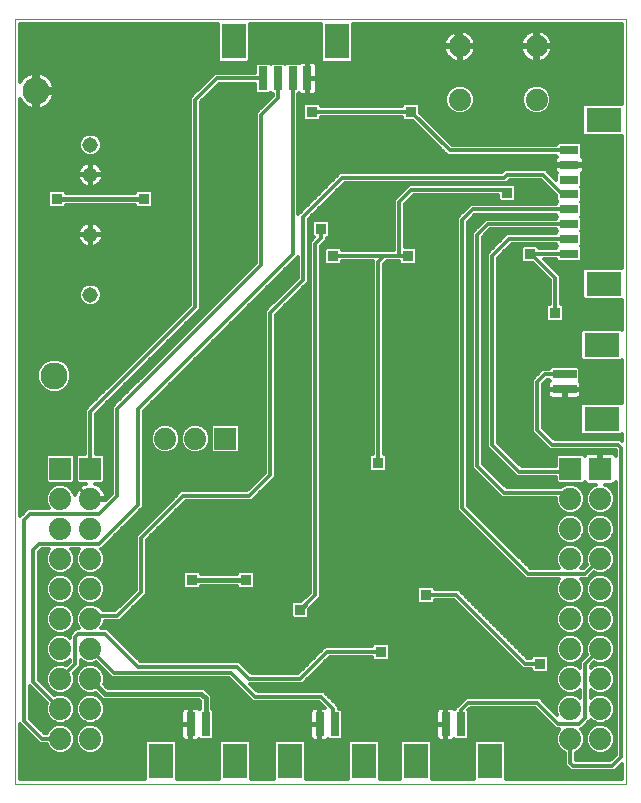
<source format=gbl>
G75*
%MOIN*%
%OFA0B0*%
%FSLAX25Y25*%
%IPPOS*%
%LPD*%
%AMOC8*
5,1,8,0,0,1.08239X$1,22.5*
%
%ADD10C,0.00000*%
%ADD11R,0.07400X0.07400*%
%ADD12C,0.07400*%
%ADD13C,0.05150*%
%ADD14C,0.09000*%
%ADD15R,0.03150X0.07874*%
%ADD16R,0.08268X0.11811*%
%ADD17R,0.07874X0.03150*%
%ADD18R,0.11811X0.08268*%
%ADD19R,0.06299X0.03150*%
%ADD20C,0.01200*%
%ADD21R,0.03562X0.03562*%
%ADD22C,0.01600*%
D10*
X0007983Y0008986D02*
X0007983Y0263946D01*
X0211684Y0263946D01*
X0211684Y0008986D01*
X0007983Y0008986D01*
D11*
X0022983Y0113986D03*
X0032983Y0113986D03*
X0077983Y0124045D03*
X0192983Y0113986D03*
X0202983Y0113986D03*
D12*
X0202983Y0103986D03*
X0192983Y0103986D03*
X0192983Y0093986D03*
X0202983Y0093986D03*
X0202983Y0083986D03*
X0202983Y0073986D03*
X0192983Y0073986D03*
X0192983Y0083986D03*
X0192983Y0063986D03*
X0202983Y0063986D03*
X0202983Y0053986D03*
X0202983Y0043986D03*
X0192983Y0043986D03*
X0192983Y0053986D03*
X0192983Y0033986D03*
X0202983Y0033986D03*
X0202983Y0023986D03*
X0192983Y0023986D03*
X0067983Y0124045D03*
X0057983Y0124045D03*
X0032983Y0103986D03*
X0022983Y0103986D03*
X0022983Y0093986D03*
X0032983Y0093986D03*
X0032983Y0083986D03*
X0032983Y0073986D03*
X0022983Y0073986D03*
X0022983Y0083986D03*
X0022983Y0063986D03*
X0032983Y0063986D03*
X0032983Y0053986D03*
X0032983Y0043986D03*
X0022983Y0043986D03*
X0022983Y0053986D03*
X0022983Y0033986D03*
X0032983Y0033986D03*
X0032983Y0023986D03*
X0022983Y0023986D03*
X0156183Y0237086D03*
X0156183Y0254886D03*
X0181783Y0254886D03*
X0181783Y0237086D03*
D13*
X0032983Y0221986D03*
X0032983Y0211986D03*
X0032983Y0191986D03*
X0032983Y0171986D03*
D14*
X0020983Y0144986D03*
X0014983Y0239986D03*
D15*
X0090602Y0244143D03*
X0095523Y0244143D03*
X0100444Y0244143D03*
X0105365Y0244143D03*
X0109523Y0028828D03*
X0114444Y0028828D03*
X0151523Y0028828D03*
X0156444Y0028828D03*
X0071444Y0028828D03*
X0066523Y0028828D03*
D16*
X0056680Y0016525D03*
X0081287Y0016525D03*
X0099680Y0016525D03*
X0124287Y0016525D03*
X0141680Y0016525D03*
X0166287Y0016525D03*
X0115208Y0256446D03*
X0080759Y0256446D03*
D17*
X0191141Y0145446D03*
X0191141Y0140525D03*
D18*
X0203444Y0130682D03*
X0203444Y0155289D03*
X0204070Y0175722D03*
X0204070Y0230249D03*
D19*
X0192653Y0220210D03*
X0192653Y0215289D03*
X0192653Y0210367D03*
X0192653Y0205446D03*
X0192653Y0200525D03*
X0192653Y0195604D03*
X0192653Y0190682D03*
X0192653Y0185761D03*
D20*
X0179759Y0185761D01*
X0187983Y0177537D01*
X0187983Y0165986D01*
X0190965Y0166085D02*
X0210084Y0166085D01*
X0210084Y0167283D02*
X0190965Y0167283D01*
X0190965Y0168264D02*
X0190262Y0168967D01*
X0189783Y0168967D01*
X0189783Y0178282D01*
X0184105Y0183961D01*
X0188303Y0183961D01*
X0188303Y0183689D01*
X0189006Y0182986D01*
X0196299Y0182986D01*
X0197002Y0183689D01*
X0197002Y0187833D01*
X0196614Y0188222D01*
X0197002Y0188611D01*
X0197002Y0192754D01*
X0196614Y0193143D01*
X0197002Y0193532D01*
X0197002Y0197676D01*
X0196614Y0198064D01*
X0197002Y0198453D01*
X0197002Y0202597D01*
X0196614Y0202986D01*
X0197002Y0203374D01*
X0197002Y0207518D01*
X0196614Y0207907D01*
X0197002Y0208296D01*
X0197002Y0212439D01*
X0196896Y0212545D01*
X0197083Y0212731D01*
X0197293Y0213096D01*
X0197402Y0213503D01*
X0197402Y0215101D01*
X0192840Y0215101D01*
X0192840Y0215476D01*
X0197402Y0215476D01*
X0197402Y0217074D01*
X0197293Y0217481D01*
X0197083Y0217846D01*
X0196896Y0218032D01*
X0197002Y0218138D01*
X0197002Y0222282D01*
X0196299Y0222985D01*
X0189006Y0222985D01*
X0188303Y0222282D01*
X0188303Y0222010D01*
X0153505Y0222010D01*
X0142965Y0232550D01*
X0142965Y0235264D01*
X0142262Y0235967D01*
X0137705Y0235967D01*
X0137002Y0235264D01*
X0137002Y0234786D01*
X0109965Y0234786D01*
X0109965Y0235264D01*
X0109262Y0235967D01*
X0104705Y0235967D01*
X0104002Y0235264D01*
X0104002Y0230707D01*
X0104705Y0230004D01*
X0109262Y0230004D01*
X0109965Y0230707D01*
X0109965Y0231186D01*
X0137002Y0231186D01*
X0137002Y0230707D01*
X0137705Y0230004D01*
X0140419Y0230004D01*
X0152013Y0218410D01*
X0188303Y0218410D01*
X0188303Y0218138D01*
X0188409Y0218032D01*
X0188223Y0217846D01*
X0188012Y0217481D01*
X0187903Y0217074D01*
X0187903Y0215476D01*
X0192465Y0215476D01*
X0192465Y0215101D01*
X0187903Y0215101D01*
X0187903Y0213503D01*
X0188012Y0213096D01*
X0188223Y0212731D01*
X0188409Y0212545D01*
X0188303Y0212439D01*
X0188303Y0210211D01*
X0184729Y0213786D01*
X0171238Y0213786D01*
X0170238Y0212786D01*
X0116238Y0212786D01*
X0102244Y0198792D01*
X0102244Y0239006D01*
X0102516Y0239006D01*
X0102622Y0239112D01*
X0102808Y0238926D01*
X0103173Y0238715D01*
X0103580Y0238606D01*
X0105178Y0238606D01*
X0105178Y0243956D01*
X0105553Y0243956D01*
X0105553Y0244330D01*
X0108540Y0244330D01*
X0108540Y0248291D01*
X0108431Y0248698D01*
X0108220Y0249062D01*
X0107923Y0249360D01*
X0107558Y0249571D01*
X0107151Y0249680D01*
X0105553Y0249680D01*
X0105553Y0244331D01*
X0105178Y0244331D01*
X0105178Y0249680D01*
X0103580Y0249680D01*
X0103173Y0249571D01*
X0102808Y0249360D01*
X0102622Y0249174D01*
X0102516Y0249280D01*
X0098372Y0249280D01*
X0097983Y0248891D01*
X0097595Y0249280D01*
X0093451Y0249280D01*
X0093062Y0248891D01*
X0092673Y0249280D01*
X0088530Y0249280D01*
X0087827Y0248577D01*
X0087827Y0245943D01*
X0074395Y0245943D01*
X0067238Y0238786D01*
X0066183Y0237731D01*
X0066183Y0168731D01*
X0032238Y0134786D01*
X0031183Y0133731D01*
X0031183Y0118886D01*
X0028786Y0118886D01*
X0028083Y0118183D01*
X0028083Y0109788D01*
X0028786Y0109086D01*
X0031528Y0109086D01*
X0030949Y0108897D01*
X0030206Y0108519D01*
X0029531Y0108028D01*
X0028941Y0107438D01*
X0028450Y0106763D01*
X0028072Y0106020D01*
X0027814Y0105227D01*
X0027803Y0105155D01*
X0027137Y0106761D01*
X0025759Y0108140D01*
X0023958Y0108886D01*
X0022009Y0108886D01*
X0020208Y0108140D01*
X0018829Y0106761D01*
X0018083Y0104960D01*
X0018083Y0103011D01*
X0018829Y0101210D01*
X0019254Y0100786D01*
X0012238Y0100786D01*
X0010238Y0098786D01*
X0009583Y0098131D01*
X0009583Y0237147D01*
X0009766Y0236788D01*
X0010331Y0236012D01*
X0011010Y0235333D01*
X0011786Y0234768D01*
X0012642Y0234332D01*
X0013555Y0234036D01*
X0014383Y0233905D01*
X0014383Y0239385D01*
X0015583Y0239385D01*
X0015583Y0233905D01*
X0016412Y0234036D01*
X0017325Y0234332D01*
X0018181Y0234768D01*
X0018957Y0235333D01*
X0019636Y0236012D01*
X0020201Y0236788D01*
X0020636Y0237644D01*
X0020933Y0238557D01*
X0021064Y0239386D01*
X0015583Y0239386D01*
X0015583Y0240586D01*
X0014383Y0240586D01*
X0014383Y0246067D01*
X0013555Y0245935D01*
X0012642Y0245639D01*
X0011786Y0245203D01*
X0011010Y0244638D01*
X0010331Y0243959D01*
X0009766Y0243183D01*
X0009583Y0242824D01*
X0009583Y0262346D01*
X0075425Y0262346D01*
X0075425Y0250044D01*
X0076128Y0249341D01*
X0085390Y0249341D01*
X0086093Y0250044D01*
X0086093Y0262346D01*
X0109874Y0262346D01*
X0109874Y0250044D01*
X0110577Y0249341D01*
X0119839Y0249341D01*
X0120542Y0250044D01*
X0120542Y0262346D01*
X0210084Y0262346D01*
X0210084Y0235583D01*
X0197667Y0235583D01*
X0196965Y0234880D01*
X0196965Y0225618D01*
X0197667Y0224915D01*
X0210084Y0224915D01*
X0210084Y0181056D01*
X0197667Y0181056D01*
X0196965Y0180353D01*
X0196965Y0171091D01*
X0197667Y0170388D01*
X0210084Y0170388D01*
X0210084Y0160385D01*
X0209847Y0160623D01*
X0197041Y0160623D01*
X0196339Y0159920D01*
X0196339Y0150658D01*
X0197041Y0149955D01*
X0209847Y0149955D01*
X0210084Y0150192D01*
X0210084Y0135779D01*
X0209847Y0136016D01*
X0197041Y0136016D01*
X0196339Y0135313D01*
X0196339Y0126051D01*
X0197041Y0125349D01*
X0209847Y0125349D01*
X0210084Y0125586D01*
X0210084Y0123430D01*
X0209729Y0123786D01*
X0187729Y0123786D01*
X0183783Y0127731D01*
X0183783Y0142240D01*
X0185190Y0143646D01*
X0186004Y0143646D01*
X0186004Y0143374D01*
X0186110Y0143268D01*
X0185924Y0143082D01*
X0185713Y0142717D01*
X0185604Y0142310D01*
X0185604Y0140712D01*
X0190953Y0140712D01*
X0190953Y0140338D01*
X0185604Y0140338D01*
X0185604Y0138739D01*
X0185713Y0138333D01*
X0185924Y0137968D01*
X0186221Y0137670D01*
X0186586Y0137459D01*
X0186993Y0137350D01*
X0190953Y0137350D01*
X0190953Y0140337D01*
X0191328Y0140337D01*
X0191328Y0137350D01*
X0195289Y0137350D01*
X0195695Y0137459D01*
X0196060Y0137670D01*
X0196358Y0137968D01*
X0196569Y0138333D01*
X0196678Y0138739D01*
X0196678Y0140338D01*
X0191328Y0140338D01*
X0191328Y0140712D01*
X0196678Y0140712D01*
X0196678Y0142310D01*
X0196569Y0142717D01*
X0196358Y0143082D01*
X0196172Y0143268D01*
X0196278Y0143374D01*
X0196278Y0147518D01*
X0195575Y0148221D01*
X0186707Y0148221D01*
X0186004Y0147518D01*
X0186004Y0147246D01*
X0183698Y0147246D01*
X0181238Y0144786D01*
X0180183Y0143731D01*
X0180183Y0126240D01*
X0185183Y0121240D01*
X0186238Y0120186D01*
X0208183Y0120186D01*
X0208183Y0118269D01*
X0208174Y0118303D01*
X0207964Y0118668D01*
X0207666Y0118966D01*
X0207301Y0119177D01*
X0206894Y0119286D01*
X0203383Y0119286D01*
X0203383Y0114386D01*
X0202583Y0114386D01*
X0202583Y0119286D01*
X0199073Y0119286D01*
X0198666Y0119177D01*
X0198301Y0118966D01*
X0198003Y0118668D01*
X0197792Y0118303D01*
X0197786Y0118280D01*
X0197180Y0118886D01*
X0188786Y0118886D01*
X0188083Y0118183D01*
X0188083Y0114786D01*
X0176729Y0114786D01*
X0168783Y0122731D01*
X0168783Y0184240D01*
X0173426Y0188882D01*
X0188303Y0188882D01*
X0188303Y0188611D01*
X0188692Y0188222D01*
X0188303Y0187833D01*
X0188303Y0187561D01*
X0182465Y0187561D01*
X0182465Y0187764D01*
X0181762Y0188467D01*
X0177205Y0188467D01*
X0176502Y0187764D01*
X0176502Y0183207D01*
X0177205Y0182504D01*
X0180470Y0182504D01*
X0186183Y0176791D01*
X0186183Y0168967D01*
X0185705Y0168967D01*
X0185002Y0168264D01*
X0185002Y0163707D01*
X0185705Y0163004D01*
X0190262Y0163004D01*
X0190965Y0163707D01*
X0190965Y0168264D01*
X0190746Y0168482D02*
X0210084Y0168482D01*
X0210084Y0169680D02*
X0189783Y0169680D01*
X0189783Y0170879D02*
X0197176Y0170879D01*
X0196965Y0172077D02*
X0189783Y0172077D01*
X0189783Y0173276D02*
X0196965Y0173276D01*
X0196965Y0174474D02*
X0189783Y0174474D01*
X0189783Y0175673D02*
X0196965Y0175673D01*
X0196965Y0176871D02*
X0189783Y0176871D01*
X0189783Y0178070D02*
X0196965Y0178070D01*
X0196965Y0179268D02*
X0188797Y0179268D01*
X0187599Y0180467D02*
X0197079Y0180467D01*
X0197002Y0184063D02*
X0210084Y0184063D01*
X0210084Y0185261D02*
X0197002Y0185261D01*
X0197002Y0186460D02*
X0210084Y0186460D01*
X0210084Y0187658D02*
X0197002Y0187658D01*
X0197002Y0188857D02*
X0210084Y0188857D01*
X0210084Y0190055D02*
X0197002Y0190055D01*
X0197002Y0191254D02*
X0210084Y0191254D01*
X0210084Y0192452D02*
X0197002Y0192452D01*
X0197002Y0193651D02*
X0210084Y0193651D01*
X0210084Y0194849D02*
X0197002Y0194849D01*
X0197002Y0196048D02*
X0210084Y0196048D01*
X0210084Y0197246D02*
X0197002Y0197246D01*
X0196994Y0198445D02*
X0210084Y0198445D01*
X0210084Y0199643D02*
X0197002Y0199643D01*
X0197002Y0200842D02*
X0210084Y0200842D01*
X0210084Y0202040D02*
X0197002Y0202040D01*
X0196867Y0203239D02*
X0210084Y0203239D01*
X0210084Y0204437D02*
X0197002Y0204437D01*
X0197002Y0205636D02*
X0210084Y0205636D01*
X0210084Y0206834D02*
X0197002Y0206834D01*
X0196739Y0208033D02*
X0210084Y0208033D01*
X0210084Y0209231D02*
X0197002Y0209231D01*
X0197002Y0210430D02*
X0210084Y0210430D01*
X0210084Y0211628D02*
X0197002Y0211628D01*
X0197138Y0212827D02*
X0210084Y0212827D01*
X0210084Y0214025D02*
X0197402Y0214025D01*
X0197402Y0216422D02*
X0210084Y0216422D01*
X0210084Y0215224D02*
X0192840Y0215224D01*
X0192465Y0215224D02*
X0102244Y0215224D01*
X0102244Y0216422D02*
X0187903Y0216422D01*
X0188093Y0217621D02*
X0102244Y0217621D01*
X0102244Y0218819D02*
X0151604Y0218819D01*
X0150406Y0220018D02*
X0102244Y0220018D01*
X0102244Y0221216D02*
X0149207Y0221216D01*
X0148009Y0222415D02*
X0102244Y0222415D01*
X0102244Y0223613D02*
X0146810Y0223613D01*
X0145611Y0224812D02*
X0102244Y0224812D01*
X0102244Y0226010D02*
X0144413Y0226010D01*
X0143214Y0227209D02*
X0102244Y0227209D01*
X0102244Y0228407D02*
X0142016Y0228407D01*
X0140817Y0229606D02*
X0102244Y0229606D01*
X0102244Y0230804D02*
X0104002Y0230804D01*
X0104002Y0232003D02*
X0102244Y0232003D01*
X0102244Y0233201D02*
X0104002Y0233201D01*
X0104002Y0234400D02*
X0102244Y0234400D01*
X0102244Y0235598D02*
X0104337Y0235598D01*
X0102244Y0236797D02*
X0151283Y0236797D01*
X0151283Y0236111D02*
X0152029Y0234310D01*
X0153408Y0232932D01*
X0155209Y0232186D01*
X0157158Y0232186D01*
X0158959Y0232932D01*
X0160337Y0234310D01*
X0161083Y0236111D01*
X0161083Y0238060D01*
X0160337Y0239861D01*
X0158959Y0241240D01*
X0157158Y0241986D01*
X0155209Y0241986D01*
X0153408Y0241240D01*
X0152029Y0239861D01*
X0151283Y0238060D01*
X0151283Y0236111D01*
X0151496Y0235598D02*
X0142630Y0235598D01*
X0142965Y0234400D02*
X0151992Y0234400D01*
X0153138Y0233201D02*
X0142965Y0233201D01*
X0143512Y0232003D02*
X0196965Y0232003D01*
X0196965Y0233201D02*
X0184829Y0233201D01*
X0184559Y0232932D02*
X0185937Y0234310D01*
X0186683Y0236111D01*
X0186683Y0238060D01*
X0185937Y0239861D01*
X0184559Y0241240D01*
X0182758Y0241986D01*
X0180809Y0241986D01*
X0179008Y0241240D01*
X0177629Y0239861D01*
X0176883Y0238060D01*
X0176883Y0236111D01*
X0177629Y0234310D01*
X0179008Y0232932D01*
X0180809Y0232186D01*
X0182758Y0232186D01*
X0184559Y0232932D01*
X0185975Y0234400D02*
X0196965Y0234400D01*
X0196965Y0230804D02*
X0144710Y0230804D01*
X0145909Y0229606D02*
X0196965Y0229606D01*
X0196965Y0228407D02*
X0147107Y0228407D01*
X0148306Y0227209D02*
X0196965Y0227209D01*
X0196965Y0226010D02*
X0149504Y0226010D01*
X0150703Y0224812D02*
X0210084Y0224812D01*
X0210084Y0223613D02*
X0151901Y0223613D01*
X0153100Y0222415D02*
X0188436Y0222415D01*
X0192653Y0220210D02*
X0152759Y0220210D01*
X0139983Y0232986D01*
X0106983Y0232986D01*
X0109965Y0230804D02*
X0137002Y0230804D01*
X0137337Y0235598D02*
X0109630Y0235598D01*
X0107923Y0238926D02*
X0108220Y0239224D01*
X0108431Y0239588D01*
X0108540Y0239995D01*
X0108540Y0243956D01*
X0105553Y0243956D01*
X0105553Y0238606D01*
X0107151Y0238606D01*
X0107558Y0238715D01*
X0107923Y0238926D01*
X0108191Y0239194D02*
X0151753Y0239194D01*
X0151283Y0237996D02*
X0102244Y0237996D01*
X0105178Y0239194D02*
X0105553Y0239194D01*
X0105553Y0240393D02*
X0105178Y0240393D01*
X0105178Y0241591D02*
X0105553Y0241591D01*
X0105553Y0242790D02*
X0105178Y0242790D01*
X0105553Y0243988D02*
X0210084Y0243988D01*
X0210084Y0242790D02*
X0108540Y0242790D01*
X0108540Y0241591D02*
X0154256Y0241591D01*
X0152561Y0240393D02*
X0108540Y0240393D01*
X0108540Y0245187D02*
X0210084Y0245187D01*
X0210084Y0246385D02*
X0108540Y0246385D01*
X0108540Y0247584D02*
X0210084Y0247584D01*
X0210084Y0248782D02*
X0108382Y0248782D01*
X0109937Y0249981D02*
X0086030Y0249981D01*
X0086093Y0251179D02*
X0109874Y0251179D01*
X0109874Y0252378D02*
X0086093Y0252378D01*
X0086093Y0253576D02*
X0109874Y0253576D01*
X0109874Y0254775D02*
X0086093Y0254775D01*
X0086093Y0255973D02*
X0109874Y0255973D01*
X0109874Y0257172D02*
X0086093Y0257172D01*
X0086093Y0258370D02*
X0109874Y0258370D01*
X0109874Y0259569D02*
X0086093Y0259569D01*
X0086093Y0260767D02*
X0109874Y0260767D01*
X0109874Y0261966D02*
X0086093Y0261966D01*
X0088032Y0248782D02*
X0009583Y0248782D01*
X0009583Y0247584D02*
X0087827Y0247584D01*
X0087827Y0246385D02*
X0009583Y0246385D01*
X0009583Y0245187D02*
X0011764Y0245187D01*
X0010359Y0243988D02*
X0009583Y0243988D01*
X0014383Y0243988D02*
X0015583Y0243988D01*
X0015583Y0242790D02*
X0014383Y0242790D01*
X0014383Y0241591D02*
X0015583Y0241591D01*
X0015583Y0240586D02*
X0015583Y0246067D01*
X0016412Y0245935D01*
X0017325Y0245639D01*
X0018181Y0245203D01*
X0018957Y0244638D01*
X0019636Y0243959D01*
X0020201Y0243183D01*
X0020636Y0242327D01*
X0020933Y0241414D01*
X0021064Y0240586D01*
X0015583Y0240586D01*
X0015583Y0240393D02*
X0068845Y0240393D01*
X0070043Y0241591D02*
X0020876Y0241591D01*
X0020401Y0242790D02*
X0071242Y0242790D01*
X0072440Y0243988D02*
X0019608Y0243988D01*
X0018203Y0245187D02*
X0073639Y0245187D01*
X0075141Y0244143D02*
X0067983Y0236986D01*
X0067983Y0167986D01*
X0032983Y0132986D01*
X0032983Y0113986D01*
X0028083Y0114549D02*
X0027883Y0114549D01*
X0027883Y0115747D02*
X0028083Y0115747D01*
X0028083Y0116946D02*
X0027883Y0116946D01*
X0027883Y0118144D02*
X0028083Y0118144D01*
X0027883Y0118183D02*
X0027180Y0118886D01*
X0018786Y0118886D01*
X0018083Y0118183D01*
X0018083Y0109788D01*
X0018786Y0109086D01*
X0027180Y0109086D01*
X0027883Y0109788D01*
X0027883Y0118183D01*
X0031183Y0119343D02*
X0009583Y0119343D01*
X0009583Y0120541D02*
X0031183Y0120541D01*
X0031183Y0121740D02*
X0009583Y0121740D01*
X0009583Y0122938D02*
X0031183Y0122938D01*
X0031183Y0124137D02*
X0009583Y0124137D01*
X0009583Y0125335D02*
X0031183Y0125335D01*
X0031183Y0126534D02*
X0009583Y0126534D01*
X0009583Y0127732D02*
X0031183Y0127732D01*
X0031183Y0128931D02*
X0009583Y0128931D01*
X0009583Y0130130D02*
X0031183Y0130130D01*
X0031183Y0131328D02*
X0009583Y0131328D01*
X0009583Y0132527D02*
X0031183Y0132527D01*
X0031183Y0133725D02*
X0009583Y0133725D01*
X0009583Y0134924D02*
X0032376Y0134924D01*
X0033574Y0136122D02*
X0009583Y0136122D01*
X0009583Y0137321D02*
X0034773Y0137321D01*
X0035971Y0138519D02*
X0009583Y0138519D01*
X0009583Y0139718D02*
X0018807Y0139718D01*
X0019850Y0139286D02*
X0022117Y0139286D01*
X0024212Y0140153D01*
X0025816Y0141757D01*
X0026683Y0143852D01*
X0026683Y0146119D01*
X0025816Y0148214D01*
X0024212Y0149818D01*
X0022117Y0150686D01*
X0019850Y0150686D01*
X0017755Y0149818D01*
X0016151Y0148214D01*
X0015283Y0146119D01*
X0015283Y0143852D01*
X0016151Y0141757D01*
X0017755Y0140153D01*
X0019850Y0139286D01*
X0016992Y0140916D02*
X0009583Y0140916D01*
X0009583Y0142115D02*
X0016003Y0142115D01*
X0015507Y0143313D02*
X0009583Y0143313D01*
X0009583Y0144512D02*
X0015283Y0144512D01*
X0015283Y0145710D02*
X0009583Y0145710D01*
X0009583Y0146909D02*
X0015610Y0146909D01*
X0016107Y0148107D02*
X0009583Y0148107D01*
X0009583Y0149306D02*
X0017243Y0149306D01*
X0019412Y0150504D02*
X0009583Y0150504D01*
X0009583Y0151703D02*
X0049155Y0151703D01*
X0050353Y0152901D02*
X0009583Y0152901D01*
X0009583Y0154100D02*
X0051552Y0154100D01*
X0052751Y0155298D02*
X0009583Y0155298D01*
X0009583Y0156497D02*
X0053949Y0156497D01*
X0055148Y0157695D02*
X0009583Y0157695D01*
X0009583Y0158894D02*
X0056346Y0158894D01*
X0057545Y0160092D02*
X0009583Y0160092D01*
X0009583Y0161291D02*
X0058743Y0161291D01*
X0059942Y0162489D02*
X0009583Y0162489D01*
X0009583Y0163688D02*
X0061140Y0163688D01*
X0062339Y0164886D02*
X0009583Y0164886D01*
X0009583Y0166085D02*
X0063537Y0166085D01*
X0064736Y0167283D02*
X0009583Y0167283D01*
X0009583Y0168482D02*
X0031578Y0168482D01*
X0032233Y0168211D02*
X0030845Y0168785D01*
X0029783Y0169847D01*
X0029209Y0171235D01*
X0029209Y0172736D01*
X0029783Y0174124D01*
X0030845Y0175186D01*
X0032233Y0175760D01*
X0033734Y0175760D01*
X0035122Y0175186D01*
X0036184Y0174124D01*
X0036758Y0172736D01*
X0036758Y0171235D01*
X0036184Y0169847D01*
X0035122Y0168785D01*
X0033734Y0168211D01*
X0032233Y0168211D01*
X0034389Y0168482D02*
X0065934Y0168482D01*
X0066183Y0169680D02*
X0036017Y0169680D01*
X0036611Y0170879D02*
X0066183Y0170879D01*
X0066183Y0172077D02*
X0036758Y0172077D01*
X0036535Y0173276D02*
X0066183Y0173276D01*
X0066183Y0174474D02*
X0035833Y0174474D01*
X0033945Y0175673D02*
X0066183Y0175673D01*
X0066183Y0176871D02*
X0009583Y0176871D01*
X0009583Y0175673D02*
X0032022Y0175673D01*
X0030134Y0174474D02*
X0009583Y0174474D01*
X0009583Y0173276D02*
X0029432Y0173276D01*
X0029209Y0172077D02*
X0009583Y0172077D01*
X0009583Y0170879D02*
X0029356Y0170879D01*
X0029950Y0169680D02*
X0009583Y0169680D01*
X0009583Y0178070D02*
X0066183Y0178070D01*
X0066183Y0179268D02*
X0009583Y0179268D01*
X0009583Y0180467D02*
X0066183Y0180467D01*
X0066183Y0181665D02*
X0009583Y0181665D01*
X0009583Y0182864D02*
X0066183Y0182864D01*
X0066183Y0184063D02*
X0009583Y0184063D01*
X0009583Y0185261D02*
X0066183Y0185261D01*
X0066183Y0186460D02*
X0009583Y0186460D01*
X0009583Y0187658D02*
X0066183Y0187658D01*
X0066183Y0188857D02*
X0035758Y0188857D01*
X0035703Y0188801D02*
X0036168Y0189266D01*
X0036554Y0189797D01*
X0036852Y0190383D01*
X0037055Y0191008D01*
X0037158Y0191657D01*
X0037158Y0191798D01*
X0033171Y0191798D01*
X0033171Y0192173D01*
X0037158Y0192173D01*
X0037158Y0192314D01*
X0037055Y0192963D01*
X0036852Y0193588D01*
X0036554Y0194174D01*
X0036168Y0194705D01*
X0035703Y0195170D01*
X0035171Y0195556D01*
X0034586Y0195854D01*
X0033961Y0196058D01*
X0033312Y0196160D01*
X0033171Y0196160D01*
X0033171Y0192173D01*
X0032796Y0192173D01*
X0032796Y0196160D01*
X0032655Y0196160D01*
X0032006Y0196058D01*
X0031381Y0195854D01*
X0030795Y0195556D01*
X0030264Y0195170D01*
X0029799Y0194705D01*
X0029413Y0194174D01*
X0029114Y0193588D01*
X0028911Y0192963D01*
X0028809Y0192314D01*
X0028809Y0192173D01*
X0032796Y0192173D01*
X0032796Y0191798D01*
X0033171Y0191798D01*
X0033171Y0187811D01*
X0033312Y0187811D01*
X0033961Y0187914D01*
X0034586Y0188117D01*
X0035171Y0188415D01*
X0035703Y0188801D01*
X0036685Y0190055D02*
X0066183Y0190055D01*
X0066183Y0191254D02*
X0037094Y0191254D01*
X0037136Y0192452D02*
X0066183Y0192452D01*
X0066183Y0193651D02*
X0036821Y0193651D01*
X0036024Y0194849D02*
X0066183Y0194849D01*
X0066183Y0196048D02*
X0033992Y0196048D01*
X0033171Y0196048D02*
X0032796Y0196048D01*
X0031975Y0196048D02*
X0009583Y0196048D01*
X0009583Y0197246D02*
X0066183Y0197246D01*
X0066183Y0198445D02*
X0009583Y0198445D01*
X0009583Y0199643D02*
X0066183Y0199643D01*
X0066183Y0200842D02*
X0009583Y0200842D01*
X0009583Y0202040D02*
X0019002Y0202040D01*
X0019002Y0201707D02*
X0019705Y0201004D01*
X0024262Y0201004D01*
X0024965Y0201707D01*
X0024965Y0201986D01*
X0048002Y0201986D01*
X0048002Y0201707D01*
X0048705Y0201004D01*
X0053262Y0201004D01*
X0053965Y0201707D01*
X0053965Y0206264D01*
X0053262Y0206967D01*
X0048705Y0206967D01*
X0048002Y0206264D01*
X0048002Y0205986D01*
X0024965Y0205986D01*
X0024965Y0206264D01*
X0024262Y0206967D01*
X0019705Y0206967D01*
X0019002Y0206264D01*
X0019002Y0201707D01*
X0019002Y0203239D02*
X0009583Y0203239D01*
X0009583Y0204437D02*
X0019002Y0204437D01*
X0019002Y0205636D02*
X0009583Y0205636D01*
X0009583Y0206834D02*
X0019573Y0206834D01*
X0024394Y0206834D02*
X0048573Y0206834D01*
X0053394Y0206834D02*
X0066183Y0206834D01*
X0066183Y0205636D02*
X0053965Y0205636D01*
X0053965Y0204437D02*
X0066183Y0204437D01*
X0066183Y0203239D02*
X0053965Y0203239D01*
X0053965Y0202040D02*
X0066183Y0202040D01*
X0069783Y0202040D02*
X0088183Y0202040D01*
X0088183Y0200842D02*
X0069783Y0200842D01*
X0069783Y0199643D02*
X0088183Y0199643D01*
X0088183Y0198445D02*
X0069783Y0198445D01*
X0069783Y0197246D02*
X0088183Y0197246D01*
X0088183Y0196048D02*
X0069783Y0196048D01*
X0069783Y0194849D02*
X0088183Y0194849D01*
X0088183Y0193651D02*
X0069783Y0193651D01*
X0069783Y0192452D02*
X0088183Y0192452D01*
X0088183Y0191254D02*
X0069783Y0191254D01*
X0069783Y0190055D02*
X0088183Y0190055D01*
X0088183Y0188857D02*
X0069783Y0188857D01*
X0069783Y0187658D02*
X0088183Y0187658D01*
X0088183Y0186460D02*
X0069783Y0186460D01*
X0069783Y0185261D02*
X0088183Y0185261D01*
X0088183Y0184063D02*
X0069783Y0184063D01*
X0069783Y0182864D02*
X0088183Y0182864D01*
X0088183Y0182731D02*
X0041238Y0135786D01*
X0040183Y0134731D01*
X0040183Y0105731D01*
X0038038Y0103586D01*
X0033383Y0103586D01*
X0033383Y0104386D01*
X0038283Y0104386D01*
X0038283Y0104403D01*
X0038153Y0105227D01*
X0037895Y0106020D01*
X0037516Y0106763D01*
X0037026Y0107438D01*
X0036436Y0108028D01*
X0035761Y0108519D01*
X0035018Y0108897D01*
X0034438Y0109086D01*
X0037180Y0109086D01*
X0037883Y0109788D01*
X0037883Y0118183D01*
X0037180Y0118886D01*
X0034783Y0118886D01*
X0034783Y0132240D01*
X0069783Y0167240D01*
X0069783Y0236240D01*
X0075886Y0242343D01*
X0087827Y0242343D01*
X0087827Y0239709D01*
X0088530Y0239006D01*
X0092673Y0239006D01*
X0093062Y0239395D01*
X0093451Y0239006D01*
X0093723Y0239006D01*
X0093723Y0238271D01*
X0089238Y0233786D01*
X0088183Y0232731D01*
X0088183Y0182731D01*
X0087118Y0181665D02*
X0069783Y0181665D01*
X0069783Y0180467D02*
X0085919Y0180467D01*
X0084721Y0179268D02*
X0069783Y0179268D01*
X0069783Y0178070D02*
X0083522Y0178070D01*
X0082324Y0176871D02*
X0069783Y0176871D01*
X0069783Y0175673D02*
X0081125Y0175673D01*
X0079927Y0174474D02*
X0069783Y0174474D01*
X0069783Y0173276D02*
X0078728Y0173276D01*
X0077530Y0172077D02*
X0069783Y0172077D01*
X0069783Y0170879D02*
X0076331Y0170879D01*
X0075133Y0169680D02*
X0069783Y0169680D01*
X0069783Y0168482D02*
X0073934Y0168482D01*
X0072736Y0167283D02*
X0069783Y0167283D01*
X0068628Y0166085D02*
X0071537Y0166085D01*
X0070339Y0164886D02*
X0067430Y0164886D01*
X0066231Y0163688D02*
X0069140Y0163688D01*
X0067942Y0162489D02*
X0065033Y0162489D01*
X0063834Y0161291D02*
X0066743Y0161291D01*
X0065545Y0160092D02*
X0062636Y0160092D01*
X0061437Y0158894D02*
X0064346Y0158894D01*
X0063148Y0157695D02*
X0060239Y0157695D01*
X0059040Y0156497D02*
X0061949Y0156497D01*
X0060751Y0155298D02*
X0057842Y0155298D01*
X0056643Y0154100D02*
X0059552Y0154100D01*
X0058353Y0152901D02*
X0055445Y0152901D01*
X0054246Y0151703D02*
X0057155Y0151703D01*
X0055956Y0150504D02*
X0053048Y0150504D01*
X0051849Y0149306D02*
X0054758Y0149306D01*
X0053559Y0148107D02*
X0050651Y0148107D01*
X0049452Y0146909D02*
X0052361Y0146909D01*
X0051162Y0145710D02*
X0048254Y0145710D01*
X0047055Y0144512D02*
X0049964Y0144512D01*
X0048765Y0143313D02*
X0045857Y0143313D01*
X0044658Y0142115D02*
X0047567Y0142115D01*
X0046368Y0140916D02*
X0043460Y0140916D01*
X0042261Y0139718D02*
X0045170Y0139718D01*
X0043971Y0138519D02*
X0041063Y0138519D01*
X0039864Y0137321D02*
X0042773Y0137321D01*
X0041574Y0136122D02*
X0038666Y0136122D01*
X0037467Y0134924D02*
X0040376Y0134924D01*
X0040183Y0133725D02*
X0036268Y0133725D01*
X0035070Y0132527D02*
X0040183Y0132527D01*
X0040183Y0131328D02*
X0034783Y0131328D01*
X0034783Y0130130D02*
X0040183Y0130130D01*
X0040183Y0128931D02*
X0034783Y0128931D01*
X0034783Y0127732D02*
X0040183Y0127732D01*
X0040183Y0126534D02*
X0034783Y0126534D01*
X0034783Y0125335D02*
X0040183Y0125335D01*
X0040183Y0124137D02*
X0034783Y0124137D01*
X0034783Y0122938D02*
X0040183Y0122938D01*
X0040183Y0121740D02*
X0034783Y0121740D01*
X0034783Y0120541D02*
X0040183Y0120541D01*
X0040183Y0119343D02*
X0034783Y0119343D01*
X0037883Y0118144D02*
X0040183Y0118144D01*
X0040183Y0116946D02*
X0037883Y0116946D01*
X0037883Y0115747D02*
X0040183Y0115747D01*
X0040183Y0114549D02*
X0037883Y0114549D01*
X0037883Y0113350D02*
X0040183Y0113350D01*
X0040183Y0112152D02*
X0037883Y0112152D01*
X0037883Y0110953D02*
X0040183Y0110953D01*
X0040183Y0109755D02*
X0037850Y0109755D01*
X0035687Y0108556D02*
X0040183Y0108556D01*
X0040183Y0107358D02*
X0037084Y0107358D01*
X0037824Y0106159D02*
X0040183Y0106159D01*
X0039413Y0104961D02*
X0038195Y0104961D01*
X0038215Y0103762D02*
X0033383Y0103762D01*
X0032983Y0103986D02*
X0027983Y0108986D01*
X0015983Y0108986D01*
X0013983Y0110986D01*
X0013983Y0118986D01*
X0018083Y0118144D02*
X0009583Y0118144D01*
X0009583Y0116946D02*
X0018083Y0116946D01*
X0018083Y0115747D02*
X0009583Y0115747D01*
X0009583Y0114549D02*
X0018083Y0114549D01*
X0018083Y0113350D02*
X0009583Y0113350D01*
X0009583Y0112152D02*
X0018083Y0112152D01*
X0018083Y0110953D02*
X0009583Y0110953D01*
X0009583Y0109755D02*
X0018117Y0109755D01*
X0019426Y0107358D02*
X0009583Y0107358D01*
X0009583Y0108556D02*
X0021214Y0108556D01*
X0024753Y0108556D02*
X0030280Y0108556D01*
X0028882Y0107358D02*
X0026541Y0107358D01*
X0027387Y0106159D02*
X0028143Y0106159D01*
X0028117Y0109755D02*
X0027850Y0109755D01*
X0027883Y0110953D02*
X0028083Y0110953D01*
X0028083Y0112152D02*
X0027883Y0112152D01*
X0027883Y0113350D02*
X0028083Y0113350D01*
X0018580Y0106159D02*
X0009583Y0106159D01*
X0009583Y0104961D02*
X0018084Y0104961D01*
X0018083Y0103762D02*
X0009583Y0103762D01*
X0009583Y0102564D02*
X0018269Y0102564D01*
X0018765Y0101365D02*
X0009583Y0101365D01*
X0009583Y0100167D02*
X0011619Y0100167D01*
X0010420Y0098968D02*
X0009583Y0098968D01*
X0010983Y0096986D02*
X0010983Y0029986D01*
X0016983Y0023986D01*
X0022983Y0023986D01*
X0026841Y0027058D02*
X0029126Y0027058D01*
X0028829Y0026761D02*
X0028083Y0024960D01*
X0028083Y0023011D01*
X0028829Y0021210D01*
X0030208Y0019832D01*
X0032009Y0019086D01*
X0033958Y0019086D01*
X0035759Y0019832D01*
X0037137Y0021210D01*
X0037883Y0023011D01*
X0037883Y0024960D01*
X0037137Y0026761D01*
X0035759Y0028140D01*
X0033958Y0028886D01*
X0032009Y0028886D01*
X0030208Y0028140D01*
X0028829Y0026761D01*
X0028456Y0025859D02*
X0027511Y0025859D01*
X0027883Y0024960D02*
X0027137Y0026761D01*
X0025759Y0028140D01*
X0023958Y0028886D01*
X0022009Y0028886D01*
X0020208Y0028140D01*
X0018829Y0026761D01*
X0018425Y0025786D01*
X0017729Y0025786D01*
X0012783Y0030731D01*
X0012783Y0041640D01*
X0018488Y0035936D01*
X0018083Y0034960D01*
X0018083Y0033011D01*
X0018829Y0031210D01*
X0020208Y0029832D01*
X0022009Y0029086D01*
X0023958Y0029086D01*
X0025759Y0029832D01*
X0027137Y0031210D01*
X0027883Y0033011D01*
X0027883Y0034960D01*
X0027137Y0036761D01*
X0025759Y0038140D01*
X0023958Y0038886D01*
X0022009Y0038886D01*
X0021033Y0038481D01*
X0015783Y0043731D01*
X0015783Y0086240D01*
X0016729Y0087186D01*
X0019254Y0087186D01*
X0018829Y0086761D01*
X0018083Y0084960D01*
X0018083Y0083011D01*
X0018829Y0081210D01*
X0020208Y0079832D01*
X0022009Y0079086D01*
X0023958Y0079086D01*
X0025759Y0079832D01*
X0027137Y0081210D01*
X0027883Y0083011D01*
X0027883Y0084960D01*
X0027137Y0086761D01*
X0026713Y0087186D01*
X0029254Y0087186D01*
X0028829Y0086761D01*
X0028083Y0084960D01*
X0028083Y0083011D01*
X0028829Y0081210D01*
X0030208Y0079832D01*
X0032009Y0079086D01*
X0033958Y0079086D01*
X0035759Y0079832D01*
X0037137Y0081210D01*
X0037883Y0083011D01*
X0037883Y0084960D01*
X0037137Y0086761D01*
X0036713Y0087186D01*
X0036729Y0087186D01*
X0037783Y0088240D01*
X0050783Y0101240D01*
X0050783Y0133240D01*
X0102183Y0184640D01*
X0102183Y0177731D01*
X0092238Y0167786D01*
X0091183Y0166731D01*
X0091183Y0112731D01*
X0085238Y0106786D01*
X0063238Y0106786D01*
X0048183Y0091731D01*
X0048183Y0073731D01*
X0041238Y0066786D01*
X0037113Y0066786D01*
X0035759Y0068140D01*
X0033958Y0068886D01*
X0032009Y0068886D01*
X0030208Y0068140D01*
X0028829Y0066761D01*
X0028083Y0064960D01*
X0028083Y0063011D01*
X0028829Y0061210D01*
X0029254Y0060786D01*
X0028238Y0060786D01*
X0027238Y0059786D01*
X0026183Y0058731D01*
X0026183Y0057715D01*
X0025759Y0058140D01*
X0023958Y0058886D01*
X0022009Y0058886D01*
X0020208Y0058140D01*
X0018829Y0056761D01*
X0018083Y0054960D01*
X0018083Y0053011D01*
X0018829Y0051210D01*
X0020208Y0049832D01*
X0022009Y0049086D01*
X0023958Y0049086D01*
X0025759Y0049832D01*
X0026183Y0050256D01*
X0026183Y0049731D01*
X0024934Y0048481D01*
X0023958Y0048886D01*
X0022009Y0048886D01*
X0020208Y0048140D01*
X0018829Y0046761D01*
X0018083Y0044960D01*
X0018083Y0043011D01*
X0018829Y0041210D01*
X0020208Y0039832D01*
X0022009Y0039086D01*
X0023958Y0039086D01*
X0025759Y0039832D01*
X0027137Y0041210D01*
X0027883Y0043011D01*
X0027883Y0044960D01*
X0027479Y0045936D01*
X0029783Y0048240D01*
X0029783Y0050256D01*
X0030208Y0049832D01*
X0032009Y0049086D01*
X0033958Y0049086D01*
X0034934Y0049490D01*
X0039183Y0045240D01*
X0040238Y0044186D01*
X0079238Y0044186D01*
X0086183Y0037240D01*
X0087238Y0036186D01*
X0109238Y0036186D01*
X0111058Y0034365D01*
X0109710Y0034365D01*
X0109710Y0029016D01*
X0109335Y0029016D01*
X0109335Y0034365D01*
X0107737Y0034365D01*
X0107330Y0034256D01*
X0106966Y0034045D01*
X0106668Y0033748D01*
X0106457Y0033383D01*
X0106348Y0032976D01*
X0106348Y0029015D01*
X0109335Y0029015D01*
X0109335Y0028641D01*
X0106348Y0028641D01*
X0106348Y0024680D01*
X0106457Y0024273D01*
X0106668Y0023909D01*
X0106966Y0023611D01*
X0107330Y0023400D01*
X0107737Y0023291D01*
X0109335Y0023291D01*
X0109335Y0028641D01*
X0109710Y0028641D01*
X0109710Y0023291D01*
X0111308Y0023291D01*
X0111715Y0023400D01*
X0112080Y0023611D01*
X0112266Y0023797D01*
X0112372Y0023691D01*
X0116516Y0023691D01*
X0117219Y0024394D01*
X0117219Y0033262D01*
X0116516Y0033965D01*
X0115783Y0033965D01*
X0115783Y0034731D01*
X0114729Y0035786D01*
X0110729Y0039786D01*
X0088729Y0039786D01*
X0086329Y0042186D01*
X0103729Y0042186D01*
X0104783Y0043240D01*
X0112729Y0051186D01*
X0127002Y0051186D01*
X0127002Y0050707D01*
X0127705Y0050004D01*
X0132262Y0050004D01*
X0132965Y0050707D01*
X0132965Y0055264D01*
X0132262Y0055967D01*
X0127705Y0055967D01*
X0127002Y0055264D01*
X0127002Y0054786D01*
X0111238Y0054786D01*
X0102238Y0045786D01*
X0086729Y0045786D01*
X0083783Y0048731D01*
X0082729Y0049786D01*
X0049729Y0049786D01*
X0039783Y0059731D01*
X0038729Y0060786D01*
X0036713Y0060786D01*
X0037137Y0061210D01*
X0037883Y0063011D01*
X0037883Y0063186D01*
X0042729Y0063186D01*
X0043783Y0064240D01*
X0051783Y0072240D01*
X0051783Y0090240D01*
X0064729Y0103186D01*
X0086729Y0103186D01*
X0087783Y0104240D01*
X0094783Y0111240D01*
X0094783Y0165240D01*
X0105783Y0176240D01*
X0105783Y0197240D01*
X0117729Y0209186D01*
X0171729Y0209186D01*
X0172729Y0210186D01*
X0183238Y0210186D01*
X0188183Y0205240D01*
X0188303Y0205120D01*
X0188303Y0203374D01*
X0188692Y0202986D01*
X0188303Y0202597D01*
X0188303Y0202325D01*
X0159777Y0202325D01*
X0156238Y0198786D01*
X0155183Y0197731D01*
X0155183Y0100240D01*
X0177183Y0078240D01*
X0178238Y0077186D01*
X0189254Y0077186D01*
X0188829Y0076761D01*
X0188083Y0074960D01*
X0188083Y0073011D01*
X0188829Y0071210D01*
X0190208Y0069832D01*
X0192009Y0069086D01*
X0193958Y0069086D01*
X0195759Y0069832D01*
X0197137Y0071210D01*
X0197883Y0073011D01*
X0197883Y0074960D01*
X0197137Y0076761D01*
X0196713Y0077186D01*
X0198729Y0077186D01*
X0201033Y0079490D01*
X0202009Y0079086D01*
X0203958Y0079086D01*
X0205759Y0079832D01*
X0207137Y0081210D01*
X0207883Y0083011D01*
X0207883Y0084960D01*
X0207137Y0086761D01*
X0205759Y0088140D01*
X0203958Y0088886D01*
X0202009Y0088886D01*
X0200208Y0088140D01*
X0198829Y0086761D01*
X0198083Y0084960D01*
X0198083Y0083011D01*
X0198488Y0082035D01*
X0197238Y0080786D01*
X0196713Y0080786D01*
X0197137Y0081210D01*
X0197883Y0083011D01*
X0197883Y0084960D01*
X0197137Y0086761D01*
X0195759Y0088140D01*
X0193958Y0088886D01*
X0192009Y0088886D01*
X0190208Y0088140D01*
X0188829Y0086761D01*
X0188083Y0084960D01*
X0188083Y0083011D01*
X0188829Y0081210D01*
X0189254Y0080786D01*
X0179729Y0080786D01*
X0158783Y0101731D01*
X0158783Y0196240D01*
X0161268Y0198725D01*
X0188303Y0198725D01*
X0188303Y0198453D01*
X0188692Y0198064D01*
X0188303Y0197676D01*
X0188303Y0197404D01*
X0164856Y0197404D01*
X0161238Y0193786D01*
X0160183Y0192731D01*
X0160183Y0114240D01*
X0169183Y0105240D01*
X0170238Y0104186D01*
X0188083Y0104186D01*
X0188083Y0103011D01*
X0188829Y0101210D01*
X0190208Y0099832D01*
X0192009Y0099086D01*
X0193958Y0099086D01*
X0195759Y0099832D01*
X0197137Y0101210D01*
X0197883Y0103011D01*
X0197883Y0104960D01*
X0197137Y0106761D01*
X0195759Y0108140D01*
X0193958Y0108886D01*
X0192009Y0108886D01*
X0190208Y0108140D01*
X0189854Y0107786D01*
X0171729Y0107786D01*
X0163783Y0115731D01*
X0163783Y0191240D01*
X0166347Y0193804D01*
X0188303Y0193804D01*
X0188303Y0193532D01*
X0188692Y0193143D01*
X0188303Y0192754D01*
X0188303Y0192482D01*
X0171935Y0192482D01*
X0166238Y0186786D01*
X0165183Y0185731D01*
X0165183Y0121240D01*
X0175238Y0111186D01*
X0188083Y0111186D01*
X0188083Y0109788D01*
X0188786Y0109086D01*
X0197180Y0109086D01*
X0197786Y0109691D01*
X0197792Y0109668D01*
X0198003Y0109303D01*
X0198301Y0109005D01*
X0198666Y0108795D01*
X0199073Y0108686D01*
X0201526Y0108686D01*
X0200208Y0108140D01*
X0198829Y0106761D01*
X0198083Y0104960D01*
X0198083Y0103011D01*
X0198829Y0101210D01*
X0200208Y0099832D01*
X0202009Y0099086D01*
X0203958Y0099086D01*
X0205759Y0099832D01*
X0207137Y0101210D01*
X0207883Y0103011D01*
X0207883Y0104960D01*
X0207137Y0106761D01*
X0205759Y0108140D01*
X0204441Y0108686D01*
X0206894Y0108686D01*
X0207301Y0108795D01*
X0207666Y0109005D01*
X0207964Y0109303D01*
X0208174Y0109668D01*
X0208183Y0109702D01*
X0208183Y0018731D01*
X0206238Y0016786D01*
X0194783Y0016786D01*
X0194783Y0019427D01*
X0195759Y0019832D01*
X0197137Y0021210D01*
X0197883Y0023011D01*
X0197883Y0024960D01*
X0197137Y0026761D01*
X0196713Y0027186D01*
X0196729Y0027186D01*
X0198729Y0029186D01*
X0199783Y0030240D01*
X0199783Y0030256D01*
X0200208Y0029832D01*
X0202009Y0029086D01*
X0203958Y0029086D01*
X0205759Y0029832D01*
X0207137Y0031210D01*
X0207883Y0033011D01*
X0207883Y0034960D01*
X0207137Y0036761D01*
X0205759Y0038140D01*
X0203958Y0038886D01*
X0202009Y0038886D01*
X0200208Y0038140D01*
X0199783Y0037715D01*
X0199783Y0040256D01*
X0200208Y0039832D01*
X0202009Y0039086D01*
X0203958Y0039086D01*
X0205759Y0039832D01*
X0207137Y0041210D01*
X0207883Y0043011D01*
X0207883Y0044960D01*
X0207137Y0046761D01*
X0205759Y0048140D01*
X0203958Y0048886D01*
X0202009Y0048886D01*
X0200208Y0048140D01*
X0199783Y0047715D01*
X0199783Y0048240D01*
X0201033Y0049490D01*
X0202009Y0049086D01*
X0203958Y0049086D01*
X0205759Y0049832D01*
X0207137Y0051210D01*
X0207883Y0053011D01*
X0207883Y0054960D01*
X0207137Y0056761D01*
X0205759Y0058140D01*
X0203958Y0058886D01*
X0202009Y0058886D01*
X0200208Y0058140D01*
X0198829Y0056761D01*
X0198083Y0054960D01*
X0198083Y0053011D01*
X0198488Y0052035D01*
X0196183Y0049731D01*
X0196183Y0047715D01*
X0195759Y0048140D01*
X0193958Y0048886D01*
X0192009Y0048886D01*
X0190208Y0048140D01*
X0188829Y0046761D01*
X0188083Y0044960D01*
X0188083Y0043011D01*
X0188829Y0041210D01*
X0190208Y0039832D01*
X0192009Y0039086D01*
X0193958Y0039086D01*
X0195759Y0039832D01*
X0196183Y0040256D01*
X0196183Y0037715D01*
X0195759Y0038140D01*
X0193958Y0038886D01*
X0192009Y0038886D01*
X0190208Y0038140D01*
X0188829Y0036761D01*
X0188083Y0034960D01*
X0188083Y0033011D01*
X0188493Y0032021D01*
X0182729Y0037786D01*
X0158238Y0037786D01*
X0157183Y0036731D01*
X0154644Y0034192D01*
X0154644Y0033965D01*
X0154372Y0033965D01*
X0154266Y0033859D01*
X0154080Y0034045D01*
X0153715Y0034256D01*
X0153308Y0034365D01*
X0151710Y0034365D01*
X0151710Y0029016D01*
X0151335Y0029016D01*
X0151335Y0034365D01*
X0149737Y0034365D01*
X0149330Y0034256D01*
X0148966Y0034045D01*
X0148668Y0033748D01*
X0148457Y0033383D01*
X0148348Y0032976D01*
X0148348Y0029015D01*
X0151335Y0029015D01*
X0151335Y0028641D01*
X0148348Y0028641D01*
X0148348Y0024680D01*
X0148457Y0024273D01*
X0148668Y0023909D01*
X0148966Y0023611D01*
X0149330Y0023400D01*
X0149737Y0023291D01*
X0151335Y0023291D01*
X0151335Y0028641D01*
X0151710Y0028641D01*
X0151710Y0023291D01*
X0153308Y0023291D01*
X0153715Y0023400D01*
X0154080Y0023611D01*
X0154266Y0023797D01*
X0154372Y0023691D01*
X0158516Y0023691D01*
X0159219Y0024394D01*
X0159219Y0033262D01*
X0159012Y0033469D01*
X0159729Y0034186D01*
X0181238Y0034186D01*
X0187183Y0028240D01*
X0188238Y0027186D01*
X0189254Y0027186D01*
X0188829Y0026761D01*
X0188083Y0024960D01*
X0188083Y0023011D01*
X0188829Y0021210D01*
X0190208Y0019832D01*
X0191183Y0019427D01*
X0191183Y0015240D01*
X0193238Y0013186D01*
X0207729Y0013186D01*
X0208783Y0014240D01*
X0210084Y0015541D01*
X0210084Y0010586D01*
X0171620Y0010586D01*
X0171620Y0022927D01*
X0170917Y0023630D01*
X0161656Y0023630D01*
X0160953Y0022927D01*
X0160953Y0010586D01*
X0147014Y0010586D01*
X0147014Y0022927D01*
X0146311Y0023630D01*
X0137049Y0023630D01*
X0136346Y0022927D01*
X0136346Y0010586D01*
X0129620Y0010586D01*
X0129620Y0022927D01*
X0128917Y0023630D01*
X0119656Y0023630D01*
X0118953Y0022927D01*
X0118953Y0010586D01*
X0105014Y0010586D01*
X0105014Y0022927D01*
X0104311Y0023630D01*
X0095049Y0023630D01*
X0094346Y0022927D01*
X0094346Y0010586D01*
X0086620Y0010586D01*
X0086620Y0022927D01*
X0085917Y0023630D01*
X0076656Y0023630D01*
X0075953Y0022927D01*
X0075953Y0010586D01*
X0062014Y0010586D01*
X0062014Y0022927D01*
X0061311Y0023630D01*
X0052049Y0023630D01*
X0051346Y0022927D01*
X0051346Y0010586D01*
X0009583Y0010586D01*
X0009583Y0028840D01*
X0016238Y0022186D01*
X0018425Y0022186D01*
X0018829Y0021210D01*
X0020208Y0019832D01*
X0022009Y0019086D01*
X0023958Y0019086D01*
X0025759Y0019832D01*
X0027137Y0021210D01*
X0027883Y0023011D01*
X0027883Y0024960D01*
X0027883Y0024661D02*
X0028083Y0024661D01*
X0028083Y0023462D02*
X0027883Y0023462D01*
X0027574Y0022263D02*
X0028393Y0022263D01*
X0028974Y0021065D02*
X0026992Y0021065D01*
X0025794Y0019866D02*
X0030173Y0019866D01*
X0035794Y0019866D02*
X0051346Y0019866D01*
X0051346Y0018668D02*
X0009583Y0018668D01*
X0009583Y0019866D02*
X0020173Y0019866D01*
X0018974Y0021065D02*
X0009583Y0021065D01*
X0009583Y0022263D02*
X0016160Y0022263D01*
X0014961Y0023462D02*
X0009583Y0023462D01*
X0009583Y0024661D02*
X0013763Y0024661D01*
X0012564Y0025859D02*
X0009583Y0025859D01*
X0009583Y0027058D02*
X0011366Y0027058D01*
X0010167Y0028256D02*
X0009583Y0028256D01*
X0012861Y0030653D02*
X0019386Y0030653D01*
X0018564Y0031852D02*
X0012783Y0031852D01*
X0012783Y0033050D02*
X0018083Y0033050D01*
X0018083Y0034249D02*
X0012783Y0034249D01*
X0012783Y0035447D02*
X0018285Y0035447D01*
X0017778Y0036646D02*
X0012783Y0036646D01*
X0012783Y0037844D02*
X0016579Y0037844D01*
X0015381Y0039043D02*
X0012783Y0039043D01*
X0012783Y0040241D02*
X0014182Y0040241D01*
X0012984Y0041440D02*
X0012783Y0041440D01*
X0013983Y0042986D02*
X0022983Y0033986D01*
X0026581Y0030653D02*
X0029386Y0030653D01*
X0028829Y0031210D02*
X0028083Y0033011D01*
X0028083Y0034960D01*
X0028829Y0036761D01*
X0030208Y0038140D01*
X0032009Y0038886D01*
X0033958Y0038886D01*
X0035759Y0038140D01*
X0037137Y0036761D01*
X0037883Y0034960D01*
X0037883Y0033011D01*
X0037137Y0031210D01*
X0035759Y0029832D01*
X0033958Y0029086D01*
X0032009Y0029086D01*
X0030208Y0029832D01*
X0028829Y0031210D01*
X0028564Y0031852D02*
X0027403Y0031852D01*
X0027883Y0033050D02*
X0028083Y0033050D01*
X0028083Y0034249D02*
X0027883Y0034249D01*
X0027682Y0035447D02*
X0028285Y0035447D01*
X0028782Y0036646D02*
X0027185Y0036646D01*
X0026054Y0037844D02*
X0029912Y0037844D01*
X0030208Y0039832D02*
X0032009Y0039086D01*
X0033958Y0039086D01*
X0034734Y0039407D01*
X0037155Y0036986D01*
X0069155Y0036986D01*
X0069444Y0036696D01*
X0069444Y0033965D01*
X0069372Y0033965D01*
X0069266Y0033859D01*
X0069080Y0034045D01*
X0068715Y0034256D01*
X0068308Y0034365D01*
X0066710Y0034365D01*
X0066710Y0029016D01*
X0066335Y0029016D01*
X0066335Y0034365D01*
X0064737Y0034365D01*
X0064330Y0034256D01*
X0063966Y0034045D01*
X0063668Y0033748D01*
X0063457Y0033383D01*
X0063348Y0032976D01*
X0063348Y0029015D01*
X0066335Y0029015D01*
X0066335Y0028641D01*
X0063348Y0028641D01*
X0063348Y0024680D01*
X0063457Y0024273D01*
X0063668Y0023909D01*
X0063966Y0023611D01*
X0064330Y0023400D01*
X0064737Y0023291D01*
X0066335Y0023291D01*
X0066335Y0028641D01*
X0066710Y0028641D01*
X0066710Y0023291D01*
X0068308Y0023291D01*
X0068715Y0023400D01*
X0069080Y0023611D01*
X0069266Y0023797D01*
X0069372Y0023691D01*
X0073516Y0023691D01*
X0074219Y0024394D01*
X0074219Y0033262D01*
X0073516Y0033965D01*
X0073444Y0033965D01*
X0073444Y0038353D01*
X0071983Y0039814D01*
X0070812Y0040986D01*
X0038812Y0040986D01*
X0037562Y0042235D01*
X0037883Y0043011D01*
X0037883Y0044960D01*
X0037137Y0046761D01*
X0035759Y0048140D01*
X0033958Y0048886D01*
X0032009Y0048886D01*
X0030208Y0048140D01*
X0028829Y0046761D01*
X0028083Y0044960D01*
X0028083Y0043011D01*
X0028829Y0041210D01*
X0030208Y0039832D01*
X0029798Y0040241D02*
X0026169Y0040241D01*
X0027233Y0041440D02*
X0028734Y0041440D01*
X0028238Y0042638D02*
X0027729Y0042638D01*
X0027883Y0043837D02*
X0028083Y0043837D01*
X0028114Y0045035D02*
X0027852Y0045035D01*
X0027777Y0046234D02*
X0028611Y0046234D01*
X0028976Y0047432D02*
X0029500Y0047432D01*
X0029783Y0048631D02*
X0031394Y0048631D01*
X0030213Y0049829D02*
X0029783Y0049829D01*
X0027983Y0048986D02*
X0022983Y0043986D01*
X0021394Y0048631D02*
X0015783Y0048631D01*
X0015783Y0049829D02*
X0020213Y0049829D01*
X0019012Y0051028D02*
X0015783Y0051028D01*
X0015783Y0052226D02*
X0018408Y0052226D01*
X0018083Y0053425D02*
X0015783Y0053425D01*
X0015783Y0054623D02*
X0018083Y0054623D01*
X0018440Y0055822D02*
X0015783Y0055822D01*
X0015783Y0057020D02*
X0019089Y0057020D01*
X0020399Y0058219D02*
X0015783Y0058219D01*
X0015783Y0059417D02*
X0021208Y0059417D01*
X0022009Y0059086D02*
X0023958Y0059086D01*
X0025759Y0059832D01*
X0027137Y0061210D01*
X0027883Y0063011D01*
X0027883Y0064960D01*
X0027137Y0066761D01*
X0025759Y0068140D01*
X0023958Y0068886D01*
X0022009Y0068886D01*
X0020208Y0068140D01*
X0018829Y0066761D01*
X0018083Y0064960D01*
X0018083Y0063011D01*
X0018829Y0061210D01*
X0020208Y0059832D01*
X0022009Y0059086D01*
X0024759Y0059417D02*
X0026870Y0059417D01*
X0026543Y0060616D02*
X0028068Y0060616D01*
X0028579Y0061814D02*
X0027388Y0061814D01*
X0027883Y0063013D02*
X0028083Y0063013D01*
X0028083Y0064211D02*
X0027883Y0064211D01*
X0027697Y0065410D02*
X0028270Y0065410D01*
X0028766Y0066608D02*
X0027201Y0066608D01*
X0026092Y0067807D02*
X0029875Y0067807D01*
X0030208Y0069832D02*
X0032009Y0069086D01*
X0033958Y0069086D01*
X0035759Y0069832D01*
X0037137Y0071210D01*
X0037883Y0073011D01*
X0037883Y0074960D01*
X0037137Y0076761D01*
X0035759Y0078140D01*
X0033958Y0078886D01*
X0032009Y0078886D01*
X0030208Y0078140D01*
X0028829Y0076761D01*
X0028083Y0074960D01*
X0028083Y0073011D01*
X0028829Y0071210D01*
X0030208Y0069832D01*
X0029835Y0070204D02*
X0026131Y0070204D01*
X0025759Y0069832D02*
X0027137Y0071210D01*
X0027883Y0073011D01*
X0027883Y0074960D01*
X0027137Y0076761D01*
X0025759Y0078140D01*
X0023958Y0078886D01*
X0022009Y0078886D01*
X0020208Y0078140D01*
X0018829Y0076761D01*
X0018083Y0074960D01*
X0018083Y0073011D01*
X0018829Y0071210D01*
X0020208Y0069832D01*
X0022009Y0069086D01*
X0023958Y0069086D01*
X0025759Y0069832D01*
X0027217Y0071402D02*
X0028750Y0071402D01*
X0028253Y0072601D02*
X0027714Y0072601D01*
X0027883Y0073799D02*
X0028083Y0073799D01*
X0028099Y0074998D02*
X0027868Y0074998D01*
X0027371Y0076196D02*
X0028595Y0076196D01*
X0029463Y0077395D02*
X0026504Y0077395D01*
X0024663Y0078594D02*
X0031304Y0078594D01*
X0030303Y0079792D02*
X0025664Y0079792D01*
X0026918Y0080991D02*
X0029049Y0080991D01*
X0028424Y0082189D02*
X0027543Y0082189D01*
X0027883Y0083388D02*
X0028083Y0083388D01*
X0028083Y0084586D02*
X0027883Y0084586D01*
X0027542Y0085785D02*
X0028425Y0085785D01*
X0029051Y0086983D02*
X0026916Y0086983D01*
X0019051Y0086983D02*
X0016527Y0086983D01*
X0015783Y0085785D02*
X0018425Y0085785D01*
X0018083Y0084586D02*
X0015783Y0084586D01*
X0015783Y0083388D02*
X0018083Y0083388D01*
X0018424Y0082189D02*
X0015783Y0082189D01*
X0015783Y0080991D02*
X0019049Y0080991D01*
X0020303Y0079792D02*
X0015783Y0079792D01*
X0015783Y0078594D02*
X0021304Y0078594D01*
X0019463Y0077395D02*
X0015783Y0077395D01*
X0015783Y0076196D02*
X0018595Y0076196D01*
X0018099Y0074998D02*
X0015783Y0074998D01*
X0015783Y0073799D02*
X0018083Y0073799D01*
X0018253Y0072601D02*
X0015783Y0072601D01*
X0015783Y0071402D02*
X0018750Y0071402D01*
X0019835Y0070204D02*
X0015783Y0070204D01*
X0015783Y0069005D02*
X0043458Y0069005D01*
X0042259Y0067807D02*
X0036092Y0067807D01*
X0036131Y0070204D02*
X0044656Y0070204D01*
X0045855Y0071402D02*
X0037217Y0071402D01*
X0037714Y0072601D02*
X0047053Y0072601D01*
X0048183Y0073799D02*
X0037883Y0073799D01*
X0037868Y0074998D02*
X0048183Y0074998D01*
X0048183Y0076196D02*
X0037371Y0076196D01*
X0036504Y0077395D02*
X0048183Y0077395D01*
X0048183Y0078594D02*
X0034663Y0078594D01*
X0035664Y0079792D02*
X0048183Y0079792D01*
X0048183Y0080991D02*
X0036918Y0080991D01*
X0037543Y0082189D02*
X0048183Y0082189D01*
X0048183Y0083388D02*
X0037883Y0083388D01*
X0037883Y0084586D02*
X0048183Y0084586D01*
X0048183Y0085785D02*
X0037542Y0085785D01*
X0036916Y0086983D02*
X0048183Y0086983D01*
X0048183Y0088182D02*
X0037725Y0088182D01*
X0038924Y0089380D02*
X0048183Y0089380D01*
X0048183Y0090579D02*
X0040122Y0090579D01*
X0041321Y0091777D02*
X0048229Y0091777D01*
X0049428Y0092976D02*
X0042519Y0092976D01*
X0043718Y0094174D02*
X0050626Y0094174D01*
X0051825Y0095373D02*
X0044916Y0095373D01*
X0046115Y0096571D02*
X0053023Y0096571D01*
X0054222Y0097770D02*
X0047313Y0097770D01*
X0048512Y0098968D02*
X0055420Y0098968D01*
X0056619Y0100167D02*
X0049710Y0100167D01*
X0050783Y0101365D02*
X0057818Y0101365D01*
X0059016Y0102564D02*
X0050783Y0102564D01*
X0050783Y0103762D02*
X0060215Y0103762D01*
X0061413Y0104961D02*
X0050783Y0104961D01*
X0050783Y0106159D02*
X0062612Y0106159D01*
X0063983Y0104986D02*
X0049983Y0090986D01*
X0049983Y0072986D01*
X0041983Y0064986D01*
X0033983Y0064986D01*
X0032983Y0063986D01*
X0037388Y0061814D02*
X0162609Y0061814D01*
X0163808Y0060616D02*
X0038899Y0060616D01*
X0040097Y0059417D02*
X0165006Y0059417D01*
X0166205Y0058219D02*
X0041296Y0058219D01*
X0042494Y0057020D02*
X0167403Y0057020D01*
X0168602Y0055822D02*
X0132406Y0055822D01*
X0132965Y0054623D02*
X0169800Y0054623D01*
X0170999Y0053425D02*
X0132965Y0053425D01*
X0132965Y0052226D02*
X0172197Y0052226D01*
X0173396Y0051028D02*
X0132965Y0051028D01*
X0129983Y0052986D02*
X0111983Y0052986D01*
X0102983Y0043986D01*
X0085983Y0043986D01*
X0081983Y0047986D01*
X0048983Y0047986D01*
X0037983Y0058986D01*
X0028983Y0058986D01*
X0027983Y0057986D01*
X0027983Y0048986D01*
X0026183Y0049829D02*
X0025753Y0049829D01*
X0025083Y0048631D02*
X0024573Y0048631D01*
X0019500Y0047432D02*
X0015783Y0047432D01*
X0015783Y0046234D02*
X0018611Y0046234D01*
X0018114Y0045035D02*
X0015783Y0045035D01*
X0015783Y0043837D02*
X0018083Y0043837D01*
X0018238Y0042638D02*
X0016876Y0042638D01*
X0018075Y0041440D02*
X0018734Y0041440D01*
X0019273Y0040241D02*
X0019798Y0040241D01*
X0020472Y0039043D02*
X0035098Y0039043D01*
X0036054Y0037844D02*
X0036296Y0037844D01*
X0037185Y0036646D02*
X0069444Y0036646D01*
X0069444Y0035447D02*
X0037682Y0035447D01*
X0037883Y0034249D02*
X0064318Y0034249D01*
X0063368Y0033050D02*
X0037883Y0033050D01*
X0037403Y0031852D02*
X0063348Y0031852D01*
X0063348Y0030653D02*
X0036581Y0030653D01*
X0034849Y0029455D02*
X0063348Y0029455D01*
X0063348Y0028256D02*
X0035478Y0028256D01*
X0036841Y0027058D02*
X0063348Y0027058D01*
X0063348Y0025859D02*
X0037511Y0025859D01*
X0037883Y0024661D02*
X0063353Y0024661D01*
X0064223Y0023462D02*
X0061480Y0023462D01*
X0062014Y0022263D02*
X0075953Y0022263D01*
X0075953Y0021065D02*
X0062014Y0021065D01*
X0062014Y0019866D02*
X0075953Y0019866D01*
X0075953Y0018668D02*
X0062014Y0018668D01*
X0062014Y0017469D02*
X0075953Y0017469D01*
X0075953Y0016271D02*
X0062014Y0016271D01*
X0062014Y0015072D02*
X0075953Y0015072D01*
X0075953Y0013874D02*
X0062014Y0013874D01*
X0062014Y0012675D02*
X0075953Y0012675D01*
X0075953Y0011477D02*
X0062014Y0011477D01*
X0066335Y0023462D02*
X0066710Y0023462D01*
X0066710Y0024661D02*
X0066335Y0024661D01*
X0066335Y0025859D02*
X0066710Y0025859D01*
X0066710Y0027058D02*
X0066335Y0027058D01*
X0066335Y0028256D02*
X0066710Y0028256D01*
X0066523Y0028828D02*
X0066523Y0034446D01*
X0065983Y0034986D01*
X0053983Y0034986D01*
X0051983Y0032986D01*
X0051881Y0023462D02*
X0037883Y0023462D01*
X0037574Y0022263D02*
X0051346Y0022263D01*
X0051346Y0021065D02*
X0036992Y0021065D01*
X0030489Y0028256D02*
X0025478Y0028256D01*
X0024849Y0029455D02*
X0031118Y0029455D01*
X0021118Y0029455D02*
X0014060Y0029455D01*
X0015259Y0028256D02*
X0020489Y0028256D01*
X0019126Y0027058D02*
X0016457Y0027058D01*
X0017656Y0025859D02*
X0018456Y0025859D01*
X0009583Y0017469D02*
X0051346Y0017469D01*
X0051346Y0016271D02*
X0009583Y0016271D01*
X0009583Y0015072D02*
X0051346Y0015072D01*
X0051346Y0013874D02*
X0009583Y0013874D01*
X0009583Y0012675D02*
X0051346Y0012675D01*
X0051346Y0011477D02*
X0009583Y0011477D01*
X0013983Y0042986D02*
X0013983Y0086986D01*
X0015983Y0088986D01*
X0035983Y0088986D01*
X0048983Y0101986D01*
X0048983Y0133986D01*
X0100444Y0185446D01*
X0100444Y0244143D01*
X0105178Y0245187D02*
X0105553Y0245187D01*
X0105365Y0244143D02*
X0131141Y0244143D01*
X0134983Y0247986D01*
X0134983Y0256986D01*
X0138983Y0260986D01*
X0152983Y0260986D01*
X0155983Y0257986D01*
X0155983Y0255086D01*
X0156183Y0254886D01*
X0155783Y0254775D02*
X0120542Y0254775D01*
X0120542Y0255973D02*
X0150990Y0255973D01*
X0151014Y0256127D02*
X0150883Y0255303D01*
X0150883Y0255286D01*
X0155783Y0255286D01*
X0155783Y0260186D01*
X0155766Y0260186D01*
X0154942Y0260055D01*
X0154149Y0259797D01*
X0153406Y0259419D01*
X0152731Y0258928D01*
X0152141Y0258338D01*
X0151650Y0257663D01*
X0151272Y0256920D01*
X0151014Y0256127D01*
X0151400Y0257172D02*
X0120542Y0257172D01*
X0120542Y0258370D02*
X0152173Y0258370D01*
X0153700Y0259569D02*
X0120542Y0259569D01*
X0120542Y0260767D02*
X0210084Y0260767D01*
X0210084Y0259569D02*
X0184266Y0259569D01*
X0184561Y0259419D02*
X0183818Y0259797D01*
X0183024Y0260055D01*
X0182201Y0260186D01*
X0182183Y0260186D01*
X0182183Y0255286D01*
X0181383Y0255286D01*
X0181383Y0260186D01*
X0181366Y0260186D01*
X0180542Y0260055D01*
X0179749Y0259797D01*
X0179006Y0259419D01*
X0178331Y0258928D01*
X0177741Y0258338D01*
X0177250Y0257663D01*
X0176872Y0256920D01*
X0176614Y0256127D01*
X0176483Y0255303D01*
X0176483Y0255286D01*
X0181383Y0255286D01*
X0181383Y0254486D01*
X0176483Y0254486D01*
X0176483Y0254468D01*
X0176614Y0253644D01*
X0176872Y0252851D01*
X0177250Y0252108D01*
X0177741Y0251433D01*
X0178331Y0250843D01*
X0179006Y0250353D01*
X0179749Y0249974D01*
X0180542Y0249716D01*
X0181366Y0249586D01*
X0181383Y0249586D01*
X0181383Y0254485D01*
X0182183Y0254485D01*
X0182183Y0249586D01*
X0182201Y0249586D01*
X0183024Y0249716D01*
X0183818Y0249974D01*
X0184561Y0250353D01*
X0185236Y0250843D01*
X0185826Y0251433D01*
X0186316Y0252108D01*
X0186695Y0252851D01*
X0186953Y0253644D01*
X0187083Y0254468D01*
X0187083Y0254486D01*
X0182183Y0254486D01*
X0182183Y0255286D01*
X0187083Y0255286D01*
X0187083Y0255303D01*
X0186953Y0256127D01*
X0186695Y0256920D01*
X0186316Y0257663D01*
X0185826Y0258338D01*
X0185236Y0258928D01*
X0184561Y0259419D01*
X0185794Y0258370D02*
X0210084Y0258370D01*
X0210084Y0257172D02*
X0186567Y0257172D01*
X0186977Y0255973D02*
X0210084Y0255973D01*
X0210084Y0254775D02*
X0182183Y0254775D01*
X0181383Y0254775D02*
X0156583Y0254775D01*
X0156583Y0254486D02*
X0156583Y0255286D01*
X0155783Y0255286D01*
X0155783Y0254486D01*
X0150883Y0254486D01*
X0150883Y0254468D01*
X0151014Y0253644D01*
X0151272Y0252851D01*
X0151650Y0252108D01*
X0152141Y0251433D01*
X0152731Y0250843D01*
X0153406Y0250353D01*
X0154149Y0249974D01*
X0154942Y0249716D01*
X0155766Y0249586D01*
X0155783Y0249586D01*
X0155783Y0254485D01*
X0156583Y0254485D01*
X0156583Y0249586D01*
X0156601Y0249586D01*
X0157424Y0249716D01*
X0158218Y0249974D01*
X0158961Y0250353D01*
X0159636Y0250843D01*
X0160226Y0251433D01*
X0160716Y0252108D01*
X0161095Y0252851D01*
X0161353Y0253644D01*
X0161483Y0254468D01*
X0161483Y0254486D01*
X0156583Y0254486D01*
X0156583Y0255286D02*
X0161483Y0255286D01*
X0161483Y0255303D01*
X0161353Y0256127D01*
X0161095Y0256920D01*
X0160716Y0257663D01*
X0160226Y0258338D01*
X0159636Y0258928D01*
X0158961Y0259419D01*
X0158218Y0259797D01*
X0157424Y0260055D01*
X0156601Y0260186D01*
X0156583Y0260186D01*
X0156583Y0255286D01*
X0156583Y0255973D02*
X0155783Y0255973D01*
X0155783Y0257172D02*
X0156583Y0257172D01*
X0156583Y0258370D02*
X0155783Y0258370D01*
X0155783Y0259569D02*
X0156583Y0259569D01*
X0158666Y0259569D02*
X0179300Y0259569D01*
X0177773Y0258370D02*
X0160194Y0258370D01*
X0160967Y0257172D02*
X0177000Y0257172D01*
X0176590Y0255973D02*
X0161377Y0255973D01*
X0161331Y0253576D02*
X0176636Y0253576D01*
X0177113Y0252378D02*
X0160854Y0252378D01*
X0159972Y0251179D02*
X0177994Y0251179D01*
X0179736Y0249981D02*
X0158231Y0249981D01*
X0156583Y0249981D02*
X0155783Y0249981D01*
X0155783Y0251179D02*
X0156583Y0251179D01*
X0156583Y0252378D02*
X0155783Y0252378D01*
X0155783Y0253576D02*
X0156583Y0253576D01*
X0154136Y0249981D02*
X0120479Y0249981D01*
X0120542Y0251179D02*
X0152394Y0251179D01*
X0151513Y0252378D02*
X0120542Y0252378D01*
X0120542Y0253576D02*
X0151036Y0253576D01*
X0158110Y0241591D02*
X0179856Y0241591D01*
X0178161Y0240393D02*
X0159806Y0240393D01*
X0160614Y0239194D02*
X0177353Y0239194D01*
X0176883Y0237996D02*
X0161083Y0237996D01*
X0161083Y0236797D02*
X0176883Y0236797D01*
X0177096Y0235598D02*
X0160871Y0235598D01*
X0160375Y0234400D02*
X0177592Y0234400D01*
X0178738Y0233201D02*
X0159229Y0233201D01*
X0170279Y0212827D02*
X0102244Y0212827D01*
X0102244Y0214025D02*
X0187903Y0214025D01*
X0188168Y0212827D02*
X0185688Y0212827D01*
X0186886Y0211628D02*
X0188303Y0211628D01*
X0188303Y0210430D02*
X0188085Y0210430D01*
X0185391Y0208033D02*
X0174965Y0208033D01*
X0174965Y0208264D02*
X0174262Y0208967D01*
X0169705Y0208967D01*
X0169524Y0208786D01*
X0139238Y0208786D01*
X0138183Y0207731D01*
X0134183Y0203731D01*
X0134183Y0186786D01*
X0116965Y0186786D01*
X0116965Y0187264D01*
X0116262Y0187967D01*
X0111705Y0187967D01*
X0111002Y0187264D01*
X0111002Y0182707D01*
X0111705Y0182004D01*
X0116262Y0182004D01*
X0116965Y0182707D01*
X0116965Y0183186D01*
X0127183Y0183186D01*
X0127183Y0118967D01*
X0126705Y0118967D01*
X0126002Y0118264D01*
X0126002Y0113707D01*
X0126705Y0113004D01*
X0131262Y0113004D01*
X0131965Y0113707D01*
X0131965Y0118264D01*
X0131262Y0118967D01*
X0130783Y0118967D01*
X0130783Y0182240D01*
X0131729Y0183186D01*
X0136002Y0183186D01*
X0136002Y0182707D01*
X0136705Y0182004D01*
X0141262Y0182004D01*
X0141965Y0182707D01*
X0141965Y0187264D01*
X0141262Y0187967D01*
X0137783Y0187967D01*
X0137783Y0202240D01*
X0140729Y0205186D01*
X0169002Y0205186D01*
X0169002Y0203707D01*
X0169705Y0203004D01*
X0174262Y0203004D01*
X0174965Y0203707D01*
X0174965Y0208264D01*
X0174965Y0206834D02*
X0186589Y0206834D01*
X0187788Y0205636D02*
X0174965Y0205636D01*
X0174965Y0204437D02*
X0188303Y0204437D01*
X0188439Y0203239D02*
X0174496Y0203239D01*
X0171983Y0205986D02*
X0170983Y0206986D01*
X0139983Y0206986D01*
X0135983Y0202986D01*
X0135983Y0184986D01*
X0138983Y0184986D01*
X0141965Y0185261D02*
X0155183Y0185261D01*
X0155183Y0184063D02*
X0141965Y0184063D01*
X0141965Y0182864D02*
X0155183Y0182864D01*
X0155183Y0181665D02*
X0130783Y0181665D01*
X0130783Y0180467D02*
X0155183Y0180467D01*
X0155183Y0179268D02*
X0130783Y0179268D01*
X0130783Y0178070D02*
X0155183Y0178070D01*
X0155183Y0176871D02*
X0130783Y0176871D01*
X0130783Y0175673D02*
X0155183Y0175673D01*
X0155183Y0174474D02*
X0130783Y0174474D01*
X0130783Y0173276D02*
X0155183Y0173276D01*
X0155183Y0172077D02*
X0130783Y0172077D01*
X0130783Y0170879D02*
X0155183Y0170879D01*
X0155183Y0169680D02*
X0130783Y0169680D01*
X0130783Y0168482D02*
X0155183Y0168482D01*
X0155183Y0167283D02*
X0130783Y0167283D01*
X0130783Y0166085D02*
X0155183Y0166085D01*
X0155183Y0164886D02*
X0130783Y0164886D01*
X0130783Y0163688D02*
X0155183Y0163688D01*
X0155183Y0162489D02*
X0130783Y0162489D01*
X0130783Y0161291D02*
X0155183Y0161291D01*
X0155183Y0160092D02*
X0130783Y0160092D01*
X0130783Y0158894D02*
X0155183Y0158894D01*
X0155183Y0157695D02*
X0130783Y0157695D01*
X0130783Y0156497D02*
X0155183Y0156497D01*
X0155183Y0155298D02*
X0130783Y0155298D01*
X0130783Y0154100D02*
X0155183Y0154100D01*
X0155183Y0152901D02*
X0130783Y0152901D01*
X0130783Y0151703D02*
X0155183Y0151703D01*
X0155183Y0150504D02*
X0130783Y0150504D01*
X0130783Y0149306D02*
X0155183Y0149306D01*
X0155183Y0148107D02*
X0130783Y0148107D01*
X0130783Y0146909D02*
X0155183Y0146909D01*
X0155183Y0145710D02*
X0130783Y0145710D01*
X0130783Y0144512D02*
X0155183Y0144512D01*
X0155183Y0143313D02*
X0130783Y0143313D01*
X0130783Y0142115D02*
X0155183Y0142115D01*
X0155183Y0140916D02*
X0130783Y0140916D01*
X0130783Y0139718D02*
X0155183Y0139718D01*
X0155183Y0138519D02*
X0130783Y0138519D01*
X0130783Y0137321D02*
X0155183Y0137321D01*
X0155183Y0136122D02*
X0130783Y0136122D01*
X0130783Y0134924D02*
X0155183Y0134924D01*
X0155183Y0133725D02*
X0130783Y0133725D01*
X0130783Y0132527D02*
X0155183Y0132527D01*
X0155183Y0131328D02*
X0130783Y0131328D01*
X0130783Y0130130D02*
X0155183Y0130130D01*
X0155183Y0128931D02*
X0130783Y0128931D01*
X0130783Y0127732D02*
X0155183Y0127732D01*
X0155183Y0126534D02*
X0130783Y0126534D01*
X0130783Y0125335D02*
X0155183Y0125335D01*
X0155183Y0124137D02*
X0130783Y0124137D01*
X0130783Y0122938D02*
X0155183Y0122938D01*
X0155183Y0121740D02*
X0130783Y0121740D01*
X0130783Y0120541D02*
X0155183Y0120541D01*
X0155183Y0119343D02*
X0130783Y0119343D01*
X0131965Y0118144D02*
X0155183Y0118144D01*
X0155183Y0116946D02*
X0131965Y0116946D01*
X0131965Y0115747D02*
X0155183Y0115747D01*
X0155183Y0114549D02*
X0131965Y0114549D01*
X0131607Y0113350D02*
X0155183Y0113350D01*
X0155183Y0112152D02*
X0109783Y0112152D01*
X0109783Y0113350D02*
X0126359Y0113350D01*
X0126002Y0114549D02*
X0109783Y0114549D01*
X0109783Y0115747D02*
X0126002Y0115747D01*
X0126002Y0116946D02*
X0109783Y0116946D01*
X0109783Y0118144D02*
X0126002Y0118144D01*
X0127183Y0119343D02*
X0109783Y0119343D01*
X0109783Y0120541D02*
X0127183Y0120541D01*
X0127183Y0121740D02*
X0109783Y0121740D01*
X0109783Y0122938D02*
X0127183Y0122938D01*
X0127183Y0124137D02*
X0109783Y0124137D01*
X0109783Y0125335D02*
X0127183Y0125335D01*
X0127183Y0126534D02*
X0109783Y0126534D01*
X0109783Y0127732D02*
X0127183Y0127732D01*
X0127183Y0128931D02*
X0109783Y0128931D01*
X0109783Y0130130D02*
X0127183Y0130130D01*
X0127183Y0131328D02*
X0109783Y0131328D01*
X0109783Y0132527D02*
X0127183Y0132527D01*
X0127183Y0133725D02*
X0109783Y0133725D01*
X0109783Y0134924D02*
X0127183Y0134924D01*
X0127183Y0136122D02*
X0109783Y0136122D01*
X0109783Y0137321D02*
X0127183Y0137321D01*
X0127183Y0138519D02*
X0109783Y0138519D01*
X0109783Y0139718D02*
X0127183Y0139718D01*
X0127183Y0140916D02*
X0109783Y0140916D01*
X0109783Y0142115D02*
X0127183Y0142115D01*
X0127183Y0143313D02*
X0109783Y0143313D01*
X0109783Y0144512D02*
X0127183Y0144512D01*
X0127183Y0145710D02*
X0109783Y0145710D01*
X0109783Y0146909D02*
X0127183Y0146909D01*
X0127183Y0148107D02*
X0109783Y0148107D01*
X0109783Y0149306D02*
X0127183Y0149306D01*
X0127183Y0150504D02*
X0109783Y0150504D01*
X0109783Y0151703D02*
X0127183Y0151703D01*
X0127183Y0152901D02*
X0109783Y0152901D01*
X0109783Y0154100D02*
X0127183Y0154100D01*
X0127183Y0155298D02*
X0109783Y0155298D01*
X0109783Y0156497D02*
X0127183Y0156497D01*
X0127183Y0157695D02*
X0109783Y0157695D01*
X0109783Y0158894D02*
X0127183Y0158894D01*
X0127183Y0160092D02*
X0109783Y0160092D01*
X0109783Y0161291D02*
X0127183Y0161291D01*
X0127183Y0162489D02*
X0109783Y0162489D01*
X0109783Y0163688D02*
X0127183Y0163688D01*
X0127183Y0164886D02*
X0109783Y0164886D01*
X0109783Y0166085D02*
X0127183Y0166085D01*
X0127183Y0167283D02*
X0109783Y0167283D01*
X0109783Y0168482D02*
X0127183Y0168482D01*
X0127183Y0169680D02*
X0109783Y0169680D01*
X0109783Y0170879D02*
X0127183Y0170879D01*
X0127183Y0172077D02*
X0109783Y0172077D01*
X0109783Y0173276D02*
X0127183Y0173276D01*
X0127183Y0174474D02*
X0109783Y0174474D01*
X0109783Y0175673D02*
X0127183Y0175673D01*
X0127183Y0176871D02*
X0109783Y0176871D01*
X0109783Y0178070D02*
X0127183Y0178070D01*
X0127183Y0179268D02*
X0109783Y0179268D01*
X0109783Y0180467D02*
X0127183Y0180467D01*
X0127183Y0181665D02*
X0109783Y0181665D01*
X0109783Y0182864D02*
X0111002Y0182864D01*
X0111002Y0184063D02*
X0109783Y0184063D01*
X0109783Y0185261D02*
X0111002Y0185261D01*
X0111002Y0186460D02*
X0109783Y0186460D01*
X0109783Y0187658D02*
X0111397Y0187658D01*
X0110400Y0188857D02*
X0134183Y0188857D01*
X0134183Y0190055D02*
X0111599Y0190055D01*
X0111783Y0190240D02*
X0111783Y0191004D01*
X0112262Y0191004D01*
X0112965Y0191707D01*
X0112965Y0196264D01*
X0112262Y0196967D01*
X0107705Y0196967D01*
X0107002Y0196264D01*
X0107002Y0191707D01*
X0107581Y0191129D01*
X0107238Y0190786D01*
X0106183Y0189731D01*
X0106183Y0072731D01*
X0103938Y0070486D01*
X0103655Y0070486D01*
X0103136Y0069967D01*
X0100705Y0069967D01*
X0100002Y0069264D01*
X0100002Y0064707D01*
X0100705Y0064004D01*
X0105262Y0064004D01*
X0105965Y0064707D01*
X0105965Y0067138D01*
X0106483Y0067657D01*
X0106483Y0067940D01*
X0109783Y0071240D01*
X0109783Y0188240D01*
X0111783Y0190240D01*
X0112511Y0191254D02*
X0134183Y0191254D01*
X0134183Y0192452D02*
X0112965Y0192452D01*
X0112965Y0193651D02*
X0134183Y0193651D01*
X0134183Y0194849D02*
X0112965Y0194849D01*
X0112965Y0196048D02*
X0134183Y0196048D01*
X0134183Y0197246D02*
X0105790Y0197246D01*
X0105783Y0196048D02*
X0107002Y0196048D01*
X0107002Y0194849D02*
X0105783Y0194849D01*
X0105783Y0193651D02*
X0107002Y0193651D01*
X0107002Y0192452D02*
X0105783Y0192452D01*
X0105783Y0191254D02*
X0107456Y0191254D01*
X0106507Y0190055D02*
X0105783Y0190055D01*
X0105783Y0188857D02*
X0106183Y0188857D01*
X0106183Y0187658D02*
X0105783Y0187658D01*
X0105783Y0186460D02*
X0106183Y0186460D01*
X0106183Y0185261D02*
X0105783Y0185261D01*
X0105783Y0184063D02*
X0106183Y0184063D01*
X0106183Y0182864D02*
X0105783Y0182864D01*
X0105783Y0181665D02*
X0106183Y0181665D01*
X0106183Y0180467D02*
X0105783Y0180467D01*
X0105783Y0179268D02*
X0106183Y0179268D01*
X0106183Y0178070D02*
X0105783Y0178070D01*
X0105783Y0176871D02*
X0106183Y0176871D01*
X0106183Y0175673D02*
X0105216Y0175673D01*
X0106183Y0174474D02*
X0104018Y0174474D01*
X0102819Y0173276D02*
X0106183Y0173276D01*
X0106183Y0172077D02*
X0101621Y0172077D01*
X0100422Y0170879D02*
X0106183Y0170879D01*
X0106183Y0169680D02*
X0099224Y0169680D01*
X0098025Y0168482D02*
X0106183Y0168482D01*
X0106183Y0167283D02*
X0096827Y0167283D01*
X0095628Y0166085D02*
X0106183Y0166085D01*
X0106183Y0164886D02*
X0094783Y0164886D01*
X0094783Y0163688D02*
X0106183Y0163688D01*
X0106183Y0162489D02*
X0094783Y0162489D01*
X0094783Y0161291D02*
X0106183Y0161291D01*
X0106183Y0160092D02*
X0094783Y0160092D01*
X0094783Y0158894D02*
X0106183Y0158894D01*
X0106183Y0157695D02*
X0094783Y0157695D01*
X0094783Y0156497D02*
X0106183Y0156497D01*
X0106183Y0155298D02*
X0094783Y0155298D01*
X0094783Y0154100D02*
X0106183Y0154100D01*
X0106183Y0152901D02*
X0094783Y0152901D01*
X0094783Y0151703D02*
X0106183Y0151703D01*
X0106183Y0150504D02*
X0094783Y0150504D01*
X0094783Y0149306D02*
X0106183Y0149306D01*
X0106183Y0148107D02*
X0094783Y0148107D01*
X0094783Y0146909D02*
X0106183Y0146909D01*
X0106183Y0145710D02*
X0094783Y0145710D01*
X0094783Y0144512D02*
X0106183Y0144512D01*
X0106183Y0143313D02*
X0094783Y0143313D01*
X0094783Y0142115D02*
X0106183Y0142115D01*
X0106183Y0140916D02*
X0094783Y0140916D01*
X0094783Y0139718D02*
X0106183Y0139718D01*
X0106183Y0138519D02*
X0094783Y0138519D01*
X0094783Y0137321D02*
X0106183Y0137321D01*
X0106183Y0136122D02*
X0094783Y0136122D01*
X0094783Y0134924D02*
X0106183Y0134924D01*
X0106183Y0133725D02*
X0094783Y0133725D01*
X0094783Y0132527D02*
X0106183Y0132527D01*
X0106183Y0131328D02*
X0094783Y0131328D01*
X0094783Y0130130D02*
X0106183Y0130130D01*
X0106183Y0128931D02*
X0094783Y0128931D01*
X0094783Y0127732D02*
X0106183Y0127732D01*
X0106183Y0126534D02*
X0094783Y0126534D01*
X0094783Y0125335D02*
X0106183Y0125335D01*
X0106183Y0124137D02*
X0094783Y0124137D01*
X0094783Y0122938D02*
X0106183Y0122938D01*
X0106183Y0121740D02*
X0094783Y0121740D01*
X0094783Y0120541D02*
X0106183Y0120541D01*
X0106183Y0119343D02*
X0094783Y0119343D01*
X0094783Y0118144D02*
X0106183Y0118144D01*
X0106183Y0116946D02*
X0094783Y0116946D01*
X0094783Y0115747D02*
X0106183Y0115747D01*
X0106183Y0114549D02*
X0094783Y0114549D01*
X0094783Y0113350D02*
X0106183Y0113350D01*
X0106183Y0112152D02*
X0094783Y0112152D01*
X0094497Y0110953D02*
X0106183Y0110953D01*
X0106183Y0109755D02*
X0093298Y0109755D01*
X0092100Y0108556D02*
X0106183Y0108556D01*
X0106183Y0107358D02*
X0090901Y0107358D01*
X0089703Y0106159D02*
X0106183Y0106159D01*
X0106183Y0104961D02*
X0088504Y0104961D01*
X0087783Y0104240D02*
X0087783Y0104240D01*
X0087306Y0103762D02*
X0106183Y0103762D01*
X0106183Y0102564D02*
X0064107Y0102564D01*
X0062909Y0101365D02*
X0106183Y0101365D01*
X0106183Y0100167D02*
X0061710Y0100167D01*
X0060512Y0098968D02*
X0106183Y0098968D01*
X0106183Y0097770D02*
X0059313Y0097770D01*
X0058115Y0096571D02*
X0106183Y0096571D01*
X0106183Y0095373D02*
X0056916Y0095373D01*
X0055718Y0094174D02*
X0106183Y0094174D01*
X0106183Y0092976D02*
X0054519Y0092976D01*
X0053321Y0091777D02*
X0106183Y0091777D01*
X0106183Y0090579D02*
X0052122Y0090579D01*
X0051783Y0089380D02*
X0106183Y0089380D01*
X0106183Y0088182D02*
X0051783Y0088182D01*
X0051783Y0086983D02*
X0106183Y0086983D01*
X0106183Y0085785D02*
X0051783Y0085785D01*
X0051783Y0084586D02*
X0106183Y0084586D01*
X0106183Y0083388D02*
X0051783Y0083388D01*
X0051783Y0082189D02*
X0106183Y0082189D01*
X0106183Y0080991D02*
X0051783Y0080991D01*
X0051783Y0079792D02*
X0064531Y0079792D01*
X0064705Y0079967D02*
X0064002Y0079264D01*
X0064002Y0074707D01*
X0064705Y0074004D01*
X0069262Y0074004D01*
X0069965Y0074707D01*
X0069965Y0074986D01*
X0082002Y0074986D01*
X0082002Y0074707D01*
X0082705Y0074004D01*
X0087262Y0074004D01*
X0087965Y0074707D01*
X0087965Y0079264D01*
X0087262Y0079967D01*
X0082705Y0079967D01*
X0082002Y0079264D01*
X0082002Y0078986D01*
X0069965Y0078986D01*
X0069965Y0079264D01*
X0069262Y0079967D01*
X0064705Y0079967D01*
X0064002Y0078594D02*
X0051783Y0078594D01*
X0051783Y0077395D02*
X0064002Y0077395D01*
X0064002Y0076196D02*
X0051783Y0076196D01*
X0051783Y0074998D02*
X0064002Y0074998D01*
X0069436Y0079792D02*
X0082531Y0079792D01*
X0087436Y0079792D02*
X0106183Y0079792D01*
X0106183Y0078594D02*
X0087965Y0078594D01*
X0087965Y0077395D02*
X0106183Y0077395D01*
X0106183Y0076196D02*
X0087965Y0076196D01*
X0087965Y0074998D02*
X0106183Y0074998D01*
X0106183Y0073799D02*
X0051783Y0073799D01*
X0051783Y0072601D02*
X0106053Y0072601D01*
X0104855Y0071402D02*
X0050946Y0071402D01*
X0049747Y0070204D02*
X0103373Y0070204D01*
X0104483Y0068486D02*
X0107983Y0071986D01*
X0107983Y0188986D01*
X0109983Y0190986D01*
X0109983Y0193986D01*
X0106988Y0198445D02*
X0134183Y0198445D01*
X0134183Y0199643D02*
X0108187Y0199643D01*
X0109385Y0200842D02*
X0134183Y0200842D01*
X0134183Y0202040D02*
X0110584Y0202040D01*
X0111782Y0203239D02*
X0134183Y0203239D01*
X0134889Y0204437D02*
X0112981Y0204437D01*
X0114179Y0205636D02*
X0136088Y0205636D01*
X0137287Y0206834D02*
X0115378Y0206834D01*
X0116576Y0208033D02*
X0138485Y0208033D01*
X0139981Y0204437D02*
X0169002Y0204437D01*
X0169471Y0203239D02*
X0138782Y0203239D01*
X0137783Y0202040D02*
X0159492Y0202040D01*
X0158294Y0200842D02*
X0137783Y0200842D01*
X0137783Y0199643D02*
X0157095Y0199643D01*
X0155897Y0198445D02*
X0137783Y0198445D01*
X0137783Y0197246D02*
X0155183Y0197246D01*
X0155183Y0196048D02*
X0137783Y0196048D01*
X0137783Y0194849D02*
X0155183Y0194849D01*
X0155183Y0193651D02*
X0137783Y0193651D01*
X0137783Y0192452D02*
X0155183Y0192452D01*
X0155183Y0191254D02*
X0137783Y0191254D01*
X0137783Y0190055D02*
X0155183Y0190055D01*
X0155183Y0188857D02*
X0137783Y0188857D01*
X0134183Y0187658D02*
X0116570Y0187658D01*
X0113983Y0184986D02*
X0130983Y0184986D01*
X0128983Y0182986D01*
X0128983Y0115986D01*
X0109783Y0110953D02*
X0155183Y0110953D01*
X0155183Y0109755D02*
X0109783Y0109755D01*
X0109783Y0108556D02*
X0155183Y0108556D01*
X0155183Y0107358D02*
X0109783Y0107358D01*
X0109783Y0106159D02*
X0155183Y0106159D01*
X0155183Y0104961D02*
X0109783Y0104961D01*
X0109783Y0103762D02*
X0155183Y0103762D01*
X0155183Y0102564D02*
X0109783Y0102564D01*
X0109783Y0101365D02*
X0155183Y0101365D01*
X0155257Y0100167D02*
X0109783Y0100167D01*
X0109783Y0098968D02*
X0156455Y0098968D01*
X0157654Y0097770D02*
X0109783Y0097770D01*
X0109783Y0096571D02*
X0158852Y0096571D01*
X0160051Y0095373D02*
X0109783Y0095373D01*
X0109783Y0094174D02*
X0161249Y0094174D01*
X0162448Y0092976D02*
X0109783Y0092976D01*
X0109783Y0091777D02*
X0163646Y0091777D01*
X0164845Y0090579D02*
X0109783Y0090579D01*
X0109783Y0089380D02*
X0166043Y0089380D01*
X0167242Y0088182D02*
X0109783Y0088182D01*
X0109783Y0086983D02*
X0168440Y0086983D01*
X0169639Y0085785D02*
X0109783Y0085785D01*
X0109783Y0084586D02*
X0170837Y0084586D01*
X0172036Y0083388D02*
X0109783Y0083388D01*
X0109783Y0082189D02*
X0173234Y0082189D01*
X0174433Y0080991D02*
X0109783Y0080991D01*
X0109783Y0079792D02*
X0175631Y0079792D01*
X0176830Y0078594D02*
X0109783Y0078594D01*
X0109783Y0077395D02*
X0178028Y0077395D01*
X0178983Y0078986D02*
X0197983Y0078986D01*
X0202983Y0083986D01*
X0199051Y0086983D02*
X0196916Y0086983D01*
X0197542Y0085785D02*
X0198425Y0085785D01*
X0198083Y0084586D02*
X0197883Y0084586D01*
X0197883Y0083388D02*
X0198083Y0083388D01*
X0198424Y0082189D02*
X0197543Y0082189D01*
X0197443Y0080991D02*
X0196918Y0080991D01*
X0200137Y0078594D02*
X0201304Y0078594D01*
X0202009Y0078886D02*
X0200208Y0078140D01*
X0198829Y0076761D01*
X0198083Y0074960D01*
X0198083Y0073011D01*
X0198829Y0071210D01*
X0200208Y0069832D01*
X0202009Y0069086D01*
X0203958Y0069086D01*
X0205759Y0069832D01*
X0207137Y0071210D01*
X0207883Y0073011D01*
X0207883Y0074960D01*
X0207137Y0076761D01*
X0205759Y0078140D01*
X0203958Y0078886D01*
X0202009Y0078886D01*
X0204663Y0078594D02*
X0208183Y0078594D01*
X0208183Y0079792D02*
X0205664Y0079792D01*
X0206918Y0080991D02*
X0208183Y0080991D01*
X0208183Y0082189D02*
X0207543Y0082189D01*
X0207883Y0083388D02*
X0208183Y0083388D01*
X0208183Y0084586D02*
X0207883Y0084586D01*
X0208183Y0085785D02*
X0207542Y0085785D01*
X0206916Y0086983D02*
X0208183Y0086983D01*
X0208183Y0088182D02*
X0205658Y0088182D01*
X0204669Y0089380D02*
X0208183Y0089380D01*
X0208183Y0090579D02*
X0206506Y0090579D01*
X0207137Y0091210D02*
X0207883Y0093011D01*
X0207883Y0094960D01*
X0207137Y0096761D01*
X0205759Y0098140D01*
X0203958Y0098886D01*
X0202009Y0098886D01*
X0200208Y0098140D01*
X0198829Y0096761D01*
X0198083Y0094960D01*
X0198083Y0093011D01*
X0198829Y0091210D01*
X0200208Y0089832D01*
X0202009Y0089086D01*
X0203958Y0089086D01*
X0205759Y0089832D01*
X0207137Y0091210D01*
X0207372Y0091777D02*
X0208183Y0091777D01*
X0208183Y0092976D02*
X0207869Y0092976D01*
X0207883Y0094174D02*
X0208183Y0094174D01*
X0208183Y0095373D02*
X0207713Y0095373D01*
X0208183Y0096571D02*
X0207216Y0096571D01*
X0208183Y0097770D02*
X0206129Y0097770D01*
X0208183Y0098968D02*
X0161546Y0098968D01*
X0160348Y0100167D02*
X0189873Y0100167D01*
X0188765Y0101365D02*
X0159149Y0101365D01*
X0158783Y0102564D02*
X0188269Y0102564D01*
X0188083Y0103762D02*
X0158783Y0103762D01*
X0158783Y0104961D02*
X0169463Y0104961D01*
X0168264Y0106159D02*
X0158783Y0106159D01*
X0158783Y0107358D02*
X0167066Y0107358D01*
X0165867Y0108556D02*
X0158783Y0108556D01*
X0158783Y0109755D02*
X0164669Y0109755D01*
X0163470Y0110953D02*
X0158783Y0110953D01*
X0158783Y0112152D02*
X0162272Y0112152D01*
X0161073Y0113350D02*
X0158783Y0113350D01*
X0158783Y0114549D02*
X0160183Y0114549D01*
X0160183Y0115747D02*
X0158783Y0115747D01*
X0158783Y0116946D02*
X0160183Y0116946D01*
X0160183Y0118144D02*
X0158783Y0118144D01*
X0158783Y0119343D02*
X0160183Y0119343D01*
X0160183Y0120541D02*
X0158783Y0120541D01*
X0158783Y0121740D02*
X0160183Y0121740D01*
X0160183Y0122938D02*
X0158783Y0122938D01*
X0158783Y0124137D02*
X0160183Y0124137D01*
X0160183Y0125335D02*
X0158783Y0125335D01*
X0158783Y0126534D02*
X0160183Y0126534D01*
X0160183Y0127732D02*
X0158783Y0127732D01*
X0158783Y0128931D02*
X0160183Y0128931D01*
X0160183Y0130130D02*
X0158783Y0130130D01*
X0158783Y0131328D02*
X0160183Y0131328D01*
X0160183Y0132527D02*
X0158783Y0132527D01*
X0158783Y0133725D02*
X0160183Y0133725D01*
X0160183Y0134924D02*
X0158783Y0134924D01*
X0158783Y0136122D02*
X0160183Y0136122D01*
X0160183Y0137321D02*
X0158783Y0137321D01*
X0158783Y0138519D02*
X0160183Y0138519D01*
X0160183Y0139718D02*
X0158783Y0139718D01*
X0158783Y0140916D02*
X0160183Y0140916D01*
X0160183Y0142115D02*
X0158783Y0142115D01*
X0158783Y0143313D02*
X0160183Y0143313D01*
X0160183Y0144512D02*
X0158783Y0144512D01*
X0158783Y0145710D02*
X0160183Y0145710D01*
X0160183Y0146909D02*
X0158783Y0146909D01*
X0158783Y0148107D02*
X0160183Y0148107D01*
X0160183Y0149306D02*
X0158783Y0149306D01*
X0158783Y0150504D02*
X0160183Y0150504D01*
X0160183Y0151703D02*
X0158783Y0151703D01*
X0158783Y0152901D02*
X0160183Y0152901D01*
X0160183Y0154100D02*
X0158783Y0154100D01*
X0158783Y0155298D02*
X0160183Y0155298D01*
X0160183Y0156497D02*
X0158783Y0156497D01*
X0158783Y0157695D02*
X0160183Y0157695D01*
X0160183Y0158894D02*
X0158783Y0158894D01*
X0158783Y0160092D02*
X0160183Y0160092D01*
X0160183Y0161291D02*
X0158783Y0161291D01*
X0158783Y0162489D02*
X0160183Y0162489D01*
X0160183Y0163688D02*
X0158783Y0163688D01*
X0158783Y0164886D02*
X0160183Y0164886D01*
X0160183Y0166085D02*
X0158783Y0166085D01*
X0158783Y0167283D02*
X0160183Y0167283D01*
X0160183Y0168482D02*
X0158783Y0168482D01*
X0158783Y0169680D02*
X0160183Y0169680D01*
X0160183Y0170879D02*
X0158783Y0170879D01*
X0158783Y0172077D02*
X0160183Y0172077D01*
X0160183Y0173276D02*
X0158783Y0173276D01*
X0158783Y0174474D02*
X0160183Y0174474D01*
X0160183Y0175673D02*
X0158783Y0175673D01*
X0158783Y0176871D02*
X0160183Y0176871D01*
X0160183Y0178070D02*
X0158783Y0178070D01*
X0158783Y0179268D02*
X0160183Y0179268D01*
X0160183Y0180467D02*
X0158783Y0180467D01*
X0158783Y0181665D02*
X0160183Y0181665D01*
X0160183Y0182864D02*
X0158783Y0182864D01*
X0158783Y0184063D02*
X0160183Y0184063D01*
X0160183Y0185261D02*
X0158783Y0185261D01*
X0158783Y0186460D02*
X0160183Y0186460D01*
X0160183Y0187658D02*
X0158783Y0187658D01*
X0158783Y0188857D02*
X0160183Y0188857D01*
X0160183Y0190055D02*
X0158783Y0190055D01*
X0158783Y0191254D02*
X0160183Y0191254D01*
X0160183Y0192452D02*
X0158783Y0192452D01*
X0158783Y0193651D02*
X0161103Y0193651D01*
X0162301Y0194849D02*
X0158783Y0194849D01*
X0158783Y0196048D02*
X0163500Y0196048D01*
X0164698Y0197246D02*
X0159790Y0197246D01*
X0160988Y0198445D02*
X0188312Y0198445D01*
X0188303Y0193651D02*
X0166194Y0193651D01*
X0164996Y0192452D02*
X0171904Y0192452D01*
X0170706Y0191254D02*
X0163797Y0191254D01*
X0163783Y0190055D02*
X0169507Y0190055D01*
X0168309Y0188857D02*
X0163783Y0188857D01*
X0163783Y0187658D02*
X0167110Y0187658D01*
X0165912Y0186460D02*
X0163783Y0186460D01*
X0163783Y0185261D02*
X0165183Y0185261D01*
X0165183Y0184063D02*
X0163783Y0184063D01*
X0163783Y0182864D02*
X0165183Y0182864D01*
X0165183Y0181665D02*
X0163783Y0181665D01*
X0163783Y0180467D02*
X0165183Y0180467D01*
X0165183Y0179268D02*
X0163783Y0179268D01*
X0163783Y0178070D02*
X0165183Y0178070D01*
X0165183Y0176871D02*
X0163783Y0176871D01*
X0163783Y0175673D02*
X0165183Y0175673D01*
X0165183Y0174474D02*
X0163783Y0174474D01*
X0163783Y0173276D02*
X0165183Y0173276D01*
X0165183Y0172077D02*
X0163783Y0172077D01*
X0163783Y0170879D02*
X0165183Y0170879D01*
X0165183Y0169680D02*
X0163783Y0169680D01*
X0163783Y0168482D02*
X0165183Y0168482D01*
X0165183Y0167283D02*
X0163783Y0167283D01*
X0163783Y0166085D02*
X0165183Y0166085D01*
X0165183Y0164886D02*
X0163783Y0164886D01*
X0163783Y0163688D02*
X0165183Y0163688D01*
X0165183Y0162489D02*
X0163783Y0162489D01*
X0163783Y0161291D02*
X0165183Y0161291D01*
X0165183Y0160092D02*
X0163783Y0160092D01*
X0163783Y0158894D02*
X0165183Y0158894D01*
X0165183Y0157695D02*
X0163783Y0157695D01*
X0163783Y0156497D02*
X0165183Y0156497D01*
X0165183Y0155298D02*
X0163783Y0155298D01*
X0163783Y0154100D02*
X0165183Y0154100D01*
X0165183Y0152901D02*
X0163783Y0152901D01*
X0163783Y0151703D02*
X0165183Y0151703D01*
X0165183Y0150504D02*
X0163783Y0150504D01*
X0163783Y0149306D02*
X0165183Y0149306D01*
X0165183Y0148107D02*
X0163783Y0148107D01*
X0163783Y0146909D02*
X0165183Y0146909D01*
X0165183Y0145710D02*
X0163783Y0145710D01*
X0163783Y0144512D02*
X0165183Y0144512D01*
X0165183Y0143313D02*
X0163783Y0143313D01*
X0163783Y0142115D02*
X0165183Y0142115D01*
X0165183Y0140916D02*
X0163783Y0140916D01*
X0163783Y0139718D02*
X0165183Y0139718D01*
X0165183Y0138519D02*
X0163783Y0138519D01*
X0163783Y0137321D02*
X0165183Y0137321D01*
X0165183Y0136122D02*
X0163783Y0136122D01*
X0163783Y0134924D02*
X0165183Y0134924D01*
X0165183Y0133725D02*
X0163783Y0133725D01*
X0163783Y0132527D02*
X0165183Y0132527D01*
X0165183Y0131328D02*
X0163783Y0131328D01*
X0163783Y0130130D02*
X0165183Y0130130D01*
X0165183Y0128931D02*
X0163783Y0128931D01*
X0163783Y0127732D02*
X0165183Y0127732D01*
X0165183Y0126534D02*
X0163783Y0126534D01*
X0163783Y0125335D02*
X0165183Y0125335D01*
X0165183Y0124137D02*
X0163783Y0124137D01*
X0163783Y0122938D02*
X0165183Y0122938D01*
X0165183Y0121740D02*
X0163783Y0121740D01*
X0163783Y0120541D02*
X0165882Y0120541D01*
X0167080Y0119343D02*
X0163783Y0119343D01*
X0163783Y0118144D02*
X0168279Y0118144D01*
X0169477Y0116946D02*
X0163783Y0116946D01*
X0163783Y0115747D02*
X0170676Y0115747D01*
X0171875Y0114549D02*
X0164966Y0114549D01*
X0166164Y0113350D02*
X0173073Y0113350D01*
X0174272Y0112152D02*
X0167363Y0112152D01*
X0168561Y0110953D02*
X0188083Y0110953D01*
X0188117Y0109755D02*
X0169760Y0109755D01*
X0170958Y0108556D02*
X0191214Y0108556D01*
X0190983Y0105986D02*
X0192983Y0103986D01*
X0190983Y0105986D02*
X0170983Y0105986D01*
X0161983Y0114986D01*
X0161983Y0191986D01*
X0165602Y0195604D01*
X0192653Y0195604D01*
X0192653Y0200525D02*
X0160523Y0200525D01*
X0156983Y0196986D01*
X0156983Y0100986D01*
X0178983Y0078986D01*
X0179524Y0080991D02*
X0189049Y0080991D01*
X0188424Y0082189D02*
X0178325Y0082189D01*
X0177127Y0083388D02*
X0188083Y0083388D01*
X0188083Y0084586D02*
X0175928Y0084586D01*
X0174730Y0085785D02*
X0188425Y0085785D01*
X0189051Y0086983D02*
X0173531Y0086983D01*
X0172333Y0088182D02*
X0190309Y0088182D01*
X0191298Y0089380D02*
X0171134Y0089380D01*
X0169936Y0090579D02*
X0189461Y0090579D01*
X0188829Y0091210D02*
X0190208Y0089832D01*
X0192009Y0089086D01*
X0193958Y0089086D01*
X0195759Y0089832D01*
X0197137Y0091210D01*
X0197883Y0093011D01*
X0197883Y0094960D01*
X0197137Y0096761D01*
X0195759Y0098140D01*
X0193958Y0098886D01*
X0192009Y0098886D01*
X0190208Y0098140D01*
X0188829Y0096761D01*
X0188083Y0094960D01*
X0188083Y0093011D01*
X0188829Y0091210D01*
X0188594Y0091777D02*
X0168737Y0091777D01*
X0167539Y0092976D02*
X0188098Y0092976D01*
X0188083Y0094174D02*
X0166340Y0094174D01*
X0165142Y0095373D02*
X0188254Y0095373D01*
X0188751Y0096571D02*
X0163943Y0096571D01*
X0162745Y0097770D02*
X0189838Y0097770D01*
X0196129Y0097770D02*
X0199838Y0097770D01*
X0198751Y0096571D02*
X0197216Y0096571D01*
X0197713Y0095373D02*
X0198254Y0095373D01*
X0198083Y0094174D02*
X0197883Y0094174D01*
X0197869Y0092976D02*
X0198098Y0092976D01*
X0198594Y0091777D02*
X0197372Y0091777D01*
X0196506Y0090579D02*
X0199461Y0090579D01*
X0201298Y0089380D02*
X0194669Y0089380D01*
X0195658Y0088182D02*
X0200309Y0088182D01*
X0199463Y0077395D02*
X0198938Y0077395D01*
X0198595Y0076196D02*
X0197371Y0076196D01*
X0197868Y0074998D02*
X0198099Y0074998D01*
X0198083Y0073799D02*
X0197883Y0073799D01*
X0197714Y0072601D02*
X0198253Y0072601D01*
X0198750Y0071402D02*
X0197217Y0071402D01*
X0196131Y0070204D02*
X0199835Y0070204D01*
X0200208Y0068140D02*
X0198829Y0066761D01*
X0198083Y0064960D01*
X0198083Y0063011D01*
X0198829Y0061210D01*
X0200208Y0059832D01*
X0202009Y0059086D01*
X0203958Y0059086D01*
X0205759Y0059832D01*
X0207137Y0061210D01*
X0207883Y0063011D01*
X0207883Y0064960D01*
X0207137Y0066761D01*
X0205759Y0068140D01*
X0203958Y0068886D01*
X0202009Y0068886D01*
X0200208Y0068140D01*
X0199875Y0067807D02*
X0196092Y0067807D01*
X0195759Y0068140D02*
X0193958Y0068886D01*
X0192009Y0068886D01*
X0190208Y0068140D01*
X0188829Y0066761D01*
X0188083Y0064960D01*
X0188083Y0063011D01*
X0188829Y0061210D01*
X0190208Y0059832D01*
X0192009Y0059086D01*
X0193958Y0059086D01*
X0195759Y0059832D01*
X0197137Y0061210D01*
X0197883Y0063011D01*
X0197883Y0064960D01*
X0197137Y0066761D01*
X0195759Y0068140D01*
X0197201Y0066608D02*
X0198766Y0066608D01*
X0198270Y0065410D02*
X0197697Y0065410D01*
X0197883Y0064211D02*
X0198083Y0064211D01*
X0198083Y0063013D02*
X0197883Y0063013D01*
X0197388Y0061814D02*
X0198579Y0061814D01*
X0199423Y0060616D02*
X0196543Y0060616D01*
X0194759Y0059417D02*
X0201208Y0059417D01*
X0200399Y0058219D02*
X0195568Y0058219D01*
X0195759Y0058140D02*
X0193958Y0058886D01*
X0192009Y0058886D01*
X0190208Y0058140D01*
X0188829Y0056761D01*
X0188083Y0054960D01*
X0188083Y0053011D01*
X0188829Y0051210D01*
X0190208Y0049832D01*
X0192009Y0049086D01*
X0193958Y0049086D01*
X0195759Y0049832D01*
X0197137Y0051210D01*
X0197883Y0053011D01*
X0197883Y0054960D01*
X0197137Y0056761D01*
X0195759Y0058140D01*
X0196878Y0057020D02*
X0199089Y0057020D01*
X0198440Y0055822D02*
X0197527Y0055822D01*
X0197883Y0054623D02*
X0198083Y0054623D01*
X0198083Y0053425D02*
X0197883Y0053425D01*
X0197558Y0052226D02*
X0198408Y0052226D01*
X0197480Y0051028D02*
X0196955Y0051028D01*
X0196282Y0049829D02*
X0195753Y0049829D01*
X0196183Y0048631D02*
X0194573Y0048631D01*
X0197983Y0048986D02*
X0202983Y0053986D01*
X0207527Y0055822D02*
X0208183Y0055822D01*
X0208183Y0057020D02*
X0206878Y0057020D01*
X0208183Y0058219D02*
X0205568Y0058219D01*
X0204759Y0059417D02*
X0208183Y0059417D01*
X0208183Y0060616D02*
X0206543Y0060616D01*
X0207388Y0061814D02*
X0208183Y0061814D01*
X0208183Y0063013D02*
X0207883Y0063013D01*
X0207883Y0064211D02*
X0208183Y0064211D01*
X0208183Y0065410D02*
X0207697Y0065410D01*
X0208183Y0066608D02*
X0207201Y0066608D01*
X0208183Y0067807D02*
X0206092Y0067807D01*
X0206131Y0070204D02*
X0208183Y0070204D01*
X0208183Y0071402D02*
X0207217Y0071402D01*
X0207714Y0072601D02*
X0208183Y0072601D01*
X0208183Y0073799D02*
X0207883Y0073799D01*
X0207868Y0074998D02*
X0208183Y0074998D01*
X0208183Y0076196D02*
X0207371Y0076196D01*
X0208183Y0077395D02*
X0206504Y0077395D01*
X0208183Y0069005D02*
X0160509Y0069005D01*
X0161708Y0067807D02*
X0189875Y0067807D01*
X0188766Y0066608D02*
X0162906Y0066608D01*
X0164105Y0065410D02*
X0188270Y0065410D01*
X0188083Y0064211D02*
X0165303Y0064211D01*
X0166502Y0063013D02*
X0188083Y0063013D01*
X0188579Y0061814D02*
X0167700Y0061814D01*
X0168899Y0060616D02*
X0189423Y0060616D01*
X0191208Y0059417D02*
X0170097Y0059417D01*
X0171296Y0058219D02*
X0190399Y0058219D01*
X0189089Y0057020D02*
X0172494Y0057020D01*
X0173693Y0055822D02*
X0188440Y0055822D01*
X0188083Y0054623D02*
X0174891Y0054623D01*
X0176090Y0053425D02*
X0188083Y0053425D01*
X0188408Y0052226D02*
X0177288Y0052226D01*
X0178487Y0051028D02*
X0180002Y0051028D01*
X0180002Y0051264D02*
X0180002Y0050786D01*
X0178729Y0050786D01*
X0155729Y0073786D01*
X0147965Y0073786D01*
X0147965Y0074264D01*
X0147262Y0074967D01*
X0142705Y0074967D01*
X0142002Y0074264D01*
X0142002Y0069707D01*
X0142705Y0069004D01*
X0147262Y0069004D01*
X0147965Y0069707D01*
X0147965Y0070186D01*
X0154238Y0070186D01*
X0176183Y0048240D01*
X0177238Y0047186D01*
X0180002Y0047186D01*
X0180002Y0046707D01*
X0180705Y0046004D01*
X0185262Y0046004D01*
X0185965Y0046707D01*
X0185965Y0051264D01*
X0185262Y0051967D01*
X0180705Y0051967D01*
X0180002Y0051264D01*
X0177983Y0048986D02*
X0182983Y0048986D01*
X0180476Y0046234D02*
X0107777Y0046234D01*
X0108976Y0047432D02*
X0176991Y0047432D01*
X0175793Y0048631D02*
X0110174Y0048631D01*
X0111373Y0049829D02*
X0174594Y0049829D01*
X0177983Y0048986D02*
X0154983Y0071986D01*
X0144983Y0071986D01*
X0147965Y0073799D02*
X0188083Y0073799D01*
X0188099Y0074998D02*
X0109783Y0074998D01*
X0109783Y0076196D02*
X0188595Y0076196D01*
X0188253Y0072601D02*
X0156914Y0072601D01*
X0158112Y0071402D02*
X0188750Y0071402D01*
X0189835Y0070204D02*
X0159311Y0070204D01*
X0156616Y0067807D02*
X0106483Y0067807D01*
X0105965Y0066608D02*
X0157815Y0066608D01*
X0159013Y0065410D02*
X0105965Y0065410D01*
X0105468Y0064211D02*
X0160212Y0064211D01*
X0161411Y0063013D02*
X0037883Y0063013D01*
X0043755Y0064211D02*
X0100498Y0064211D01*
X0100002Y0065410D02*
X0044953Y0065410D01*
X0043783Y0064240D02*
X0043783Y0064240D01*
X0046152Y0066608D02*
X0100002Y0066608D01*
X0100002Y0067807D02*
X0047350Y0067807D01*
X0048549Y0069005D02*
X0100002Y0069005D01*
X0107549Y0069005D02*
X0142704Y0069005D01*
X0142002Y0070204D02*
X0108747Y0070204D01*
X0109783Y0071402D02*
X0142002Y0071402D01*
X0142002Y0072601D02*
X0109783Y0072601D01*
X0109783Y0073799D02*
X0142002Y0073799D01*
X0137983Y0078986D02*
X0132983Y0073986D01*
X0137983Y0078986D02*
X0137983Y0151986D01*
X0142983Y0156986D01*
X0145983Y0156986D01*
X0136002Y0182864D02*
X0131407Y0182864D01*
X0130983Y0184986D02*
X0135983Y0184986D01*
X0141965Y0186460D02*
X0155183Y0186460D01*
X0155183Y0187658D02*
X0141570Y0187658D01*
X0127183Y0182864D02*
X0116965Y0182864D01*
X0103983Y0176986D02*
X0092983Y0165986D01*
X0092983Y0111986D01*
X0085983Y0104986D01*
X0063983Y0104986D01*
X0067009Y0119145D02*
X0065208Y0119891D01*
X0063829Y0121269D01*
X0063083Y0123070D01*
X0063083Y0125019D01*
X0063829Y0126820D01*
X0065208Y0128199D01*
X0067009Y0128945D01*
X0068958Y0128945D01*
X0070759Y0128199D01*
X0072137Y0126820D01*
X0072883Y0125019D01*
X0072883Y0123070D01*
X0072137Y0121269D01*
X0070759Y0119891D01*
X0068958Y0119145D01*
X0067009Y0119145D01*
X0066530Y0119343D02*
X0059437Y0119343D01*
X0058958Y0119145D02*
X0060759Y0119891D01*
X0062137Y0121269D01*
X0062883Y0123070D01*
X0062883Y0125019D01*
X0062137Y0126820D01*
X0060759Y0128199D01*
X0058958Y0128945D01*
X0057009Y0128945D01*
X0055208Y0128199D01*
X0053829Y0126820D01*
X0053083Y0125019D01*
X0053083Y0123070D01*
X0053829Y0121269D01*
X0055208Y0119891D01*
X0057009Y0119145D01*
X0058958Y0119145D01*
X0056530Y0119343D02*
X0050783Y0119343D01*
X0050783Y0120541D02*
X0054557Y0120541D01*
X0053634Y0121740D02*
X0050783Y0121740D01*
X0050783Y0122938D02*
X0053138Y0122938D01*
X0053083Y0124137D02*
X0050783Y0124137D01*
X0050783Y0125335D02*
X0053214Y0125335D01*
X0053711Y0126534D02*
X0050783Y0126534D01*
X0050783Y0127732D02*
X0054742Y0127732D01*
X0056976Y0128931D02*
X0050783Y0128931D01*
X0050783Y0130130D02*
X0091183Y0130130D01*
X0091183Y0131328D02*
X0050783Y0131328D01*
X0050783Y0132527D02*
X0091183Y0132527D01*
X0091183Y0133725D02*
X0051268Y0133725D01*
X0052467Y0134924D02*
X0091183Y0134924D01*
X0091183Y0136122D02*
X0053665Y0136122D01*
X0054864Y0137321D02*
X0091183Y0137321D01*
X0091183Y0138519D02*
X0056063Y0138519D01*
X0057261Y0139718D02*
X0091183Y0139718D01*
X0091183Y0140916D02*
X0058460Y0140916D01*
X0059658Y0142115D02*
X0091183Y0142115D01*
X0091183Y0143313D02*
X0060857Y0143313D01*
X0062055Y0144512D02*
X0091183Y0144512D01*
X0091183Y0145710D02*
X0063254Y0145710D01*
X0064452Y0146909D02*
X0091183Y0146909D01*
X0091183Y0148107D02*
X0065651Y0148107D01*
X0066849Y0149306D02*
X0091183Y0149306D01*
X0091183Y0150504D02*
X0068048Y0150504D01*
X0069246Y0151703D02*
X0091183Y0151703D01*
X0091183Y0152901D02*
X0070445Y0152901D01*
X0071643Y0154100D02*
X0091183Y0154100D01*
X0091183Y0155298D02*
X0072842Y0155298D01*
X0074040Y0156497D02*
X0091183Y0156497D01*
X0091183Y0157695D02*
X0075239Y0157695D01*
X0076437Y0158894D02*
X0091183Y0158894D01*
X0091183Y0160092D02*
X0077636Y0160092D01*
X0078834Y0161291D02*
X0091183Y0161291D01*
X0091183Y0162489D02*
X0080033Y0162489D01*
X0081231Y0163688D02*
X0091183Y0163688D01*
X0091183Y0164886D02*
X0082430Y0164886D01*
X0083628Y0166085D02*
X0091183Y0166085D01*
X0091736Y0167283D02*
X0084827Y0167283D01*
X0086025Y0168482D02*
X0092934Y0168482D01*
X0094133Y0169680D02*
X0087224Y0169680D01*
X0088422Y0170879D02*
X0095331Y0170879D01*
X0096530Y0172077D02*
X0089621Y0172077D01*
X0090819Y0173276D02*
X0097728Y0173276D01*
X0098927Y0174474D02*
X0092018Y0174474D01*
X0093216Y0175673D02*
X0100125Y0175673D01*
X0101324Y0176871D02*
X0094415Y0176871D01*
X0095613Y0178070D02*
X0102183Y0178070D01*
X0102183Y0179268D02*
X0096812Y0179268D01*
X0098010Y0180467D02*
X0102183Y0180467D01*
X0102183Y0181665D02*
X0099209Y0181665D01*
X0100407Y0182864D02*
X0102183Y0182864D01*
X0102183Y0184063D02*
X0101606Y0184063D01*
X0103983Y0176986D02*
X0103983Y0197986D01*
X0116983Y0210986D01*
X0170983Y0210986D01*
X0171983Y0211986D01*
X0183983Y0211986D01*
X0189983Y0205986D01*
X0192113Y0205986D01*
X0192653Y0205446D01*
X0184192Y0209231D02*
X0171775Y0209231D01*
X0172680Y0190682D02*
X0166983Y0184986D01*
X0166983Y0121986D01*
X0175983Y0112986D01*
X0191983Y0112986D01*
X0192983Y0113986D01*
X0188083Y0115747D02*
X0175767Y0115747D01*
X0174569Y0116946D02*
X0188083Y0116946D01*
X0188083Y0118144D02*
X0173370Y0118144D01*
X0172172Y0119343D02*
X0208183Y0119343D01*
X0209983Y0120986D02*
X0209983Y0017986D01*
X0206983Y0014986D01*
X0193983Y0014986D01*
X0192983Y0015986D01*
X0192983Y0023986D01*
X0190173Y0019866D02*
X0171620Y0019866D01*
X0171620Y0018668D02*
X0191183Y0018668D01*
X0191183Y0017469D02*
X0171620Y0017469D01*
X0171620Y0016271D02*
X0191183Y0016271D01*
X0191351Y0015072D02*
X0171620Y0015072D01*
X0171620Y0013874D02*
X0192549Y0013874D01*
X0194783Y0017469D02*
X0206922Y0017469D01*
X0208120Y0018668D02*
X0194783Y0018668D01*
X0195794Y0019866D02*
X0200173Y0019866D01*
X0200208Y0019832D02*
X0202009Y0019086D01*
X0203958Y0019086D01*
X0205759Y0019832D01*
X0207137Y0021210D01*
X0207883Y0023011D01*
X0207883Y0024960D01*
X0207137Y0026761D01*
X0205759Y0028140D01*
X0203958Y0028886D01*
X0202009Y0028886D01*
X0200208Y0028140D01*
X0198829Y0026761D01*
X0198083Y0024960D01*
X0198083Y0023011D01*
X0198829Y0021210D01*
X0200208Y0019832D01*
X0198974Y0021065D02*
X0196992Y0021065D01*
X0197574Y0022263D02*
X0198393Y0022263D01*
X0198083Y0023462D02*
X0197883Y0023462D01*
X0197883Y0024661D02*
X0198083Y0024661D01*
X0198456Y0025859D02*
X0197511Y0025859D01*
X0196841Y0027058D02*
X0199126Y0027058D01*
X0197799Y0028256D02*
X0200489Y0028256D01*
X0201118Y0029455D02*
X0198998Y0029455D01*
X0197983Y0030986D02*
X0197983Y0048986D01*
X0200174Y0048631D02*
X0201394Y0048631D01*
X0204573Y0048631D02*
X0208183Y0048631D01*
X0208183Y0049829D02*
X0205753Y0049829D01*
X0206955Y0051028D02*
X0208183Y0051028D01*
X0208183Y0052226D02*
X0207558Y0052226D01*
X0207883Y0053425D02*
X0208183Y0053425D01*
X0208183Y0054623D02*
X0207883Y0054623D01*
X0208183Y0047432D02*
X0206466Y0047432D01*
X0207356Y0046234D02*
X0208183Y0046234D01*
X0208183Y0045035D02*
X0207852Y0045035D01*
X0207883Y0043837D02*
X0208183Y0043837D01*
X0208183Y0042638D02*
X0207729Y0042638D01*
X0208183Y0041440D02*
X0207233Y0041440D01*
X0208183Y0040241D02*
X0206169Y0040241D01*
X0208183Y0039043D02*
X0199783Y0039043D01*
X0199783Y0040241D02*
X0199798Y0040241D01*
X0199783Y0037844D02*
X0199912Y0037844D01*
X0196183Y0037844D02*
X0196054Y0037844D01*
X0196183Y0039043D02*
X0111472Y0039043D01*
X0112670Y0037844D02*
X0189912Y0037844D01*
X0188782Y0036646D02*
X0183869Y0036646D01*
X0185067Y0035447D02*
X0188285Y0035447D01*
X0188083Y0034249D02*
X0186266Y0034249D01*
X0187464Y0033050D02*
X0188083Y0033050D01*
X0184770Y0030653D02*
X0159219Y0030653D01*
X0159219Y0029455D02*
X0185969Y0029455D01*
X0187167Y0028256D02*
X0159219Y0028256D01*
X0159219Y0027058D02*
X0189126Y0027058D01*
X0188456Y0025859D02*
X0159219Y0025859D01*
X0159219Y0024661D02*
X0188083Y0024661D01*
X0188083Y0023462D02*
X0171086Y0023462D01*
X0171620Y0022263D02*
X0188393Y0022263D01*
X0188974Y0021065D02*
X0171620Y0021065D01*
X0171620Y0012675D02*
X0210084Y0012675D01*
X0210084Y0011477D02*
X0171620Y0011477D01*
X0160953Y0011477D02*
X0147014Y0011477D01*
X0147014Y0012675D02*
X0160953Y0012675D01*
X0160953Y0013874D02*
X0147014Y0013874D01*
X0147014Y0015072D02*
X0160953Y0015072D01*
X0160953Y0016271D02*
X0147014Y0016271D01*
X0147014Y0017469D02*
X0160953Y0017469D01*
X0160953Y0018668D02*
X0147014Y0018668D01*
X0147014Y0019866D02*
X0160953Y0019866D01*
X0160953Y0021065D02*
X0147014Y0021065D01*
X0147014Y0022263D02*
X0160953Y0022263D01*
X0161487Y0023462D02*
X0153822Y0023462D01*
X0151710Y0023462D02*
X0151335Y0023462D01*
X0151335Y0024661D02*
X0151710Y0024661D01*
X0151710Y0025859D02*
X0151335Y0025859D01*
X0151335Y0027058D02*
X0151710Y0027058D01*
X0151710Y0028256D02*
X0151335Y0028256D01*
X0151335Y0029455D02*
X0151710Y0029455D01*
X0151710Y0030653D02*
X0151335Y0030653D01*
X0151335Y0031852D02*
X0151710Y0031852D01*
X0151710Y0033050D02*
X0151335Y0033050D01*
X0151335Y0034249D02*
X0151710Y0034249D01*
X0153728Y0034249D02*
X0154701Y0034249D01*
X0155899Y0035447D02*
X0115067Y0035447D01*
X0115783Y0034249D02*
X0149318Y0034249D01*
X0148368Y0033050D02*
X0117219Y0033050D01*
X0117219Y0031852D02*
X0148348Y0031852D01*
X0148348Y0030653D02*
X0117219Y0030653D01*
X0117219Y0029455D02*
X0148348Y0029455D01*
X0148348Y0028256D02*
X0117219Y0028256D01*
X0117219Y0027058D02*
X0148348Y0027058D01*
X0148348Y0025859D02*
X0117219Y0025859D01*
X0117219Y0024661D02*
X0148353Y0024661D01*
X0149223Y0023462D02*
X0146480Y0023462D01*
X0136881Y0023462D02*
X0129086Y0023462D01*
X0129620Y0022263D02*
X0136346Y0022263D01*
X0136346Y0021065D02*
X0129620Y0021065D01*
X0129620Y0019866D02*
X0136346Y0019866D01*
X0136346Y0018668D02*
X0129620Y0018668D01*
X0129620Y0017469D02*
X0136346Y0017469D01*
X0136346Y0016271D02*
X0129620Y0016271D01*
X0129620Y0015072D02*
X0136346Y0015072D01*
X0136346Y0013874D02*
X0129620Y0013874D01*
X0129620Y0012675D02*
X0136346Y0012675D01*
X0136346Y0011477D02*
X0129620Y0011477D01*
X0118953Y0011477D02*
X0105014Y0011477D01*
X0105014Y0012675D02*
X0118953Y0012675D01*
X0118953Y0013874D02*
X0105014Y0013874D01*
X0105014Y0015072D02*
X0118953Y0015072D01*
X0118953Y0016271D02*
X0105014Y0016271D01*
X0105014Y0017469D02*
X0118953Y0017469D01*
X0118953Y0018668D02*
X0105014Y0018668D01*
X0105014Y0019866D02*
X0118953Y0019866D01*
X0118953Y0021065D02*
X0105014Y0021065D01*
X0105014Y0022263D02*
X0118953Y0022263D01*
X0119487Y0023462D02*
X0111822Y0023462D01*
X0109710Y0023462D02*
X0109335Y0023462D01*
X0109335Y0024661D02*
X0109710Y0024661D01*
X0109710Y0025859D02*
X0109335Y0025859D01*
X0109335Y0027058D02*
X0109710Y0027058D01*
X0109710Y0028256D02*
X0109335Y0028256D01*
X0109335Y0029455D02*
X0109710Y0029455D01*
X0109710Y0030653D02*
X0109335Y0030653D01*
X0109335Y0031852D02*
X0109710Y0031852D01*
X0109710Y0033050D02*
X0109335Y0033050D01*
X0109335Y0034249D02*
X0109710Y0034249D01*
X0109976Y0035447D02*
X0073444Y0035447D01*
X0073444Y0034249D02*
X0107318Y0034249D01*
X0106368Y0033050D02*
X0074219Y0033050D01*
X0074219Y0031852D02*
X0106348Y0031852D01*
X0106348Y0030653D02*
X0074219Y0030653D01*
X0074219Y0029455D02*
X0106348Y0029455D01*
X0106348Y0028256D02*
X0074219Y0028256D01*
X0074219Y0027058D02*
X0106348Y0027058D01*
X0106348Y0025859D02*
X0074219Y0025859D01*
X0074219Y0024661D02*
X0106353Y0024661D01*
X0107223Y0023462D02*
X0104480Y0023462D01*
X0113983Y0029289D02*
X0113983Y0033986D01*
X0109983Y0037986D01*
X0087983Y0037986D01*
X0079983Y0045986D01*
X0040983Y0045986D01*
X0032983Y0053986D01*
X0034573Y0048631D02*
X0035793Y0048631D01*
X0036466Y0047432D02*
X0036991Y0047432D01*
X0037356Y0046234D02*
X0038190Y0046234D01*
X0037852Y0045035D02*
X0039388Y0045035D01*
X0037883Y0043837D02*
X0079587Y0043837D01*
X0080785Y0042638D02*
X0037729Y0042638D01*
X0038358Y0041440D02*
X0081984Y0041440D01*
X0083182Y0040241D02*
X0071556Y0040241D01*
X0072755Y0039043D02*
X0084381Y0039043D01*
X0085579Y0037844D02*
X0073444Y0037844D01*
X0073444Y0036646D02*
X0086778Y0036646D01*
X0088273Y0040241D02*
X0189798Y0040241D01*
X0188734Y0041440D02*
X0087075Y0041440D01*
X0086281Y0046234D02*
X0102686Y0046234D01*
X0103884Y0047432D02*
X0085082Y0047432D01*
X0083884Y0048631D02*
X0105083Y0048631D01*
X0106282Y0049829D02*
X0049685Y0049829D01*
X0048487Y0051028D02*
X0107480Y0051028D01*
X0108679Y0052226D02*
X0047288Y0052226D01*
X0046090Y0053425D02*
X0109877Y0053425D01*
X0111076Y0054623D02*
X0044891Y0054623D01*
X0043693Y0055822D02*
X0127560Y0055822D01*
X0127002Y0051028D02*
X0112571Y0051028D01*
X0106579Y0045035D02*
X0188114Y0045035D01*
X0188083Y0043837D02*
X0105380Y0043837D01*
X0104182Y0042638D02*
X0188238Y0042638D01*
X0188611Y0046234D02*
X0185491Y0046234D01*
X0185965Y0047432D02*
X0189500Y0047432D01*
X0191394Y0048631D02*
X0185965Y0048631D01*
X0185965Y0049829D02*
X0190213Y0049829D01*
X0189012Y0051028D02*
X0185965Y0051028D01*
X0196169Y0040241D02*
X0196183Y0040241D01*
X0197983Y0030986D02*
X0195983Y0028986D01*
X0188983Y0028986D01*
X0181983Y0035986D01*
X0158983Y0035986D01*
X0156444Y0033446D01*
X0156444Y0028828D01*
X0159219Y0031852D02*
X0183572Y0031852D01*
X0182373Y0033050D02*
X0159219Y0033050D01*
X0157098Y0036646D02*
X0113869Y0036646D01*
X0113983Y0029289D02*
X0114444Y0028828D01*
X0094881Y0023462D02*
X0086086Y0023462D01*
X0086620Y0022263D02*
X0094346Y0022263D01*
X0094346Y0021065D02*
X0086620Y0021065D01*
X0086620Y0019866D02*
X0094346Y0019866D01*
X0094346Y0018668D02*
X0086620Y0018668D01*
X0086620Y0017469D02*
X0094346Y0017469D01*
X0094346Y0016271D02*
X0086620Y0016271D01*
X0086620Y0015072D02*
X0094346Y0015072D01*
X0094346Y0013874D02*
X0086620Y0013874D01*
X0086620Y0012675D02*
X0094346Y0012675D01*
X0094346Y0011477D02*
X0086620Y0011477D01*
X0076487Y0023462D02*
X0068822Y0023462D01*
X0066710Y0029455D02*
X0066335Y0029455D01*
X0066335Y0030653D02*
X0066710Y0030653D01*
X0066710Y0031852D02*
X0066335Y0031852D01*
X0066335Y0033050D02*
X0066710Y0033050D01*
X0066710Y0034249D02*
X0066335Y0034249D01*
X0068728Y0034249D02*
X0069444Y0034249D01*
X0074983Y0051986D02*
X0071983Y0054986D01*
X0067983Y0058986D01*
X0067983Y0067986D01*
X0074983Y0051986D02*
X0084983Y0051986D01*
X0035983Y0098986D02*
X0041983Y0104986D01*
X0041983Y0133986D01*
X0089983Y0181986D01*
X0089983Y0231986D01*
X0095523Y0237525D01*
X0095523Y0244143D01*
X0090602Y0244143D02*
X0075141Y0244143D01*
X0075134Y0241591D02*
X0087827Y0241591D01*
X0087827Y0240393D02*
X0073936Y0240393D01*
X0072737Y0239194D02*
X0088342Y0239194D01*
X0091051Y0235598D02*
X0069783Y0235598D01*
X0069783Y0234400D02*
X0089852Y0234400D01*
X0088654Y0233201D02*
X0069783Y0233201D01*
X0069783Y0232003D02*
X0088183Y0232003D01*
X0088183Y0230804D02*
X0069783Y0230804D01*
X0069783Y0229606D02*
X0088183Y0229606D01*
X0088183Y0228407D02*
X0069783Y0228407D01*
X0069783Y0227209D02*
X0088183Y0227209D01*
X0088183Y0226010D02*
X0069783Y0226010D01*
X0069783Y0224812D02*
X0088183Y0224812D01*
X0088183Y0223613D02*
X0069783Y0223613D01*
X0069783Y0222415D02*
X0088183Y0222415D01*
X0088183Y0221216D02*
X0069783Y0221216D01*
X0069783Y0220018D02*
X0088183Y0220018D01*
X0088183Y0218819D02*
X0069783Y0218819D01*
X0069783Y0217621D02*
X0088183Y0217621D01*
X0088183Y0216422D02*
X0069783Y0216422D01*
X0069783Y0215224D02*
X0088183Y0215224D01*
X0088183Y0214025D02*
X0069783Y0214025D01*
X0069783Y0212827D02*
X0088183Y0212827D01*
X0088183Y0211628D02*
X0069783Y0211628D01*
X0069783Y0210430D02*
X0088183Y0210430D01*
X0088183Y0209231D02*
X0069783Y0209231D01*
X0069783Y0208033D02*
X0088183Y0208033D01*
X0088183Y0206834D02*
X0069783Y0206834D01*
X0069783Y0205636D02*
X0088183Y0205636D01*
X0088183Y0204437D02*
X0069783Y0204437D01*
X0069783Y0203239D02*
X0088183Y0203239D01*
X0102244Y0203239D02*
X0106691Y0203239D01*
X0107889Y0204437D02*
X0102244Y0204437D01*
X0102244Y0205636D02*
X0109088Y0205636D01*
X0110287Y0206834D02*
X0102244Y0206834D01*
X0102244Y0208033D02*
X0111485Y0208033D01*
X0112684Y0209231D02*
X0102244Y0209231D01*
X0102244Y0210430D02*
X0113882Y0210430D01*
X0115081Y0211628D02*
X0102244Y0211628D01*
X0102244Y0202040D02*
X0105492Y0202040D01*
X0104294Y0200842D02*
X0102244Y0200842D01*
X0102244Y0199643D02*
X0103095Y0199643D01*
X0092249Y0236797D02*
X0070340Y0236797D01*
X0071539Y0237996D02*
X0093448Y0237996D01*
X0093263Y0239194D02*
X0092861Y0239194D01*
X0105178Y0246385D02*
X0105553Y0246385D01*
X0105553Y0247584D02*
X0105178Y0247584D01*
X0105178Y0248782D02*
X0105553Y0248782D01*
X0120542Y0261966D02*
X0210084Y0261966D01*
X0210084Y0253576D02*
X0186931Y0253576D01*
X0186454Y0252378D02*
X0210084Y0252378D01*
X0210084Y0251179D02*
X0185572Y0251179D01*
X0183831Y0249981D02*
X0210084Y0249981D01*
X0210084Y0241591D02*
X0183710Y0241591D01*
X0185406Y0240393D02*
X0210084Y0240393D01*
X0210084Y0239194D02*
X0186214Y0239194D01*
X0186683Y0237996D02*
X0210084Y0237996D01*
X0210084Y0236797D02*
X0186683Y0236797D01*
X0186471Y0235598D02*
X0210084Y0235598D01*
X0210084Y0222415D02*
X0196869Y0222415D01*
X0197002Y0221216D02*
X0210084Y0221216D01*
X0210084Y0220018D02*
X0197002Y0220018D01*
X0197002Y0218819D02*
X0210084Y0218819D01*
X0210084Y0217621D02*
X0197213Y0217621D01*
X0192653Y0190682D02*
X0172680Y0190682D01*
X0173400Y0188857D02*
X0188303Y0188857D01*
X0188303Y0187658D02*
X0182465Y0187658D01*
X0179759Y0185761D02*
X0179483Y0185486D01*
X0176502Y0185261D02*
X0169804Y0185261D01*
X0168783Y0184063D02*
X0176502Y0184063D01*
X0176846Y0182864D02*
X0168783Y0182864D01*
X0168783Y0181665D02*
X0181309Y0181665D01*
X0182508Y0180467D02*
X0168783Y0180467D01*
X0168783Y0179268D02*
X0183706Y0179268D01*
X0184905Y0178070D02*
X0168783Y0178070D01*
X0168783Y0176871D02*
X0186103Y0176871D01*
X0186183Y0175673D02*
X0168783Y0175673D01*
X0168783Y0174474D02*
X0186183Y0174474D01*
X0186183Y0173276D02*
X0168783Y0173276D01*
X0168783Y0172077D02*
X0186183Y0172077D01*
X0186183Y0170879D02*
X0168783Y0170879D01*
X0168783Y0169680D02*
X0186183Y0169680D01*
X0185220Y0168482D02*
X0168783Y0168482D01*
X0168783Y0167283D02*
X0185002Y0167283D01*
X0185002Y0166085D02*
X0168783Y0166085D01*
X0168783Y0164886D02*
X0185002Y0164886D01*
X0185022Y0163688D02*
X0168783Y0163688D01*
X0168783Y0162489D02*
X0210084Y0162489D01*
X0210084Y0161291D02*
X0168783Y0161291D01*
X0168783Y0160092D02*
X0196511Y0160092D01*
X0196339Y0158894D02*
X0168783Y0158894D01*
X0168783Y0157695D02*
X0196339Y0157695D01*
X0196339Y0156497D02*
X0168783Y0156497D01*
X0168783Y0155298D02*
X0196339Y0155298D01*
X0196339Y0154100D02*
X0168783Y0154100D01*
X0168783Y0152901D02*
X0196339Y0152901D01*
X0196339Y0151703D02*
X0168783Y0151703D01*
X0168783Y0150504D02*
X0196492Y0150504D01*
X0195689Y0148107D02*
X0210084Y0148107D01*
X0210084Y0146909D02*
X0196278Y0146909D01*
X0196278Y0145710D02*
X0210084Y0145710D01*
X0210084Y0144512D02*
X0196278Y0144512D01*
X0196217Y0143313D02*
X0210084Y0143313D01*
X0210084Y0142115D02*
X0196678Y0142115D01*
X0196678Y0140916D02*
X0210084Y0140916D01*
X0210084Y0139718D02*
X0196678Y0139718D01*
X0196619Y0138519D02*
X0210084Y0138519D01*
X0210084Y0137321D02*
X0183783Y0137321D01*
X0183783Y0138519D02*
X0185663Y0138519D01*
X0185604Y0139718D02*
X0183783Y0139718D01*
X0183783Y0140916D02*
X0185604Y0140916D01*
X0185604Y0142115D02*
X0183783Y0142115D01*
X0184857Y0143313D02*
X0186065Y0143313D01*
X0184444Y0145446D02*
X0181983Y0142986D01*
X0181983Y0126986D01*
X0186983Y0121986D01*
X0208983Y0121986D01*
X0209983Y0120986D01*
X0210084Y0124137D02*
X0187378Y0124137D01*
X0186179Y0125335D02*
X0210084Y0125335D01*
X0203383Y0118144D02*
X0202583Y0118144D01*
X0202583Y0116946D02*
X0203383Y0116946D01*
X0203383Y0115747D02*
X0202583Y0115747D01*
X0202583Y0114549D02*
X0203383Y0114549D01*
X0204753Y0108556D02*
X0208183Y0108556D01*
X0208183Y0107358D02*
X0206541Y0107358D01*
X0207387Y0106159D02*
X0208183Y0106159D01*
X0208183Y0104961D02*
X0207883Y0104961D01*
X0207883Y0103762D02*
X0208183Y0103762D01*
X0208183Y0102564D02*
X0207698Y0102564D01*
X0208183Y0101365D02*
X0207202Y0101365D01*
X0208183Y0100167D02*
X0206094Y0100167D01*
X0199873Y0100167D02*
X0196094Y0100167D01*
X0197202Y0101365D02*
X0198765Y0101365D01*
X0198269Y0102564D02*
X0197698Y0102564D01*
X0197883Y0103762D02*
X0198083Y0103762D01*
X0198084Y0104961D02*
X0197883Y0104961D01*
X0197387Y0106159D02*
X0198580Y0106159D01*
X0199426Y0107358D02*
X0196541Y0107358D01*
X0194753Y0108556D02*
X0201214Y0108556D01*
X0196339Y0126534D02*
X0184981Y0126534D01*
X0183783Y0127732D02*
X0196339Y0127732D01*
X0196339Y0128931D02*
X0183783Y0128931D01*
X0183783Y0130130D02*
X0196339Y0130130D01*
X0196339Y0131328D02*
X0183783Y0131328D01*
X0183783Y0132527D02*
X0196339Y0132527D01*
X0196339Y0133725D02*
X0183783Y0133725D01*
X0183783Y0134924D02*
X0196339Y0134924D01*
X0191328Y0138519D02*
X0190953Y0138519D01*
X0190953Y0139718D02*
X0191328Y0139718D01*
X0191141Y0145446D02*
X0184444Y0145446D01*
X0183361Y0146909D02*
X0168783Y0146909D01*
X0168783Y0148107D02*
X0186593Y0148107D01*
X0182162Y0145710D02*
X0168783Y0145710D01*
X0168783Y0144512D02*
X0180964Y0144512D01*
X0180183Y0143313D02*
X0168783Y0143313D01*
X0168783Y0142115D02*
X0180183Y0142115D01*
X0180183Y0140916D02*
X0168783Y0140916D01*
X0168783Y0139718D02*
X0180183Y0139718D01*
X0180183Y0138519D02*
X0168783Y0138519D01*
X0168783Y0137321D02*
X0180183Y0137321D01*
X0180183Y0136122D02*
X0168783Y0136122D01*
X0168783Y0134924D02*
X0180183Y0134924D01*
X0180183Y0133725D02*
X0168783Y0133725D01*
X0168783Y0132527D02*
X0180183Y0132527D01*
X0180183Y0131328D02*
X0168783Y0131328D01*
X0168783Y0130130D02*
X0180183Y0130130D01*
X0180183Y0128931D02*
X0168783Y0128931D01*
X0168783Y0127732D02*
X0180183Y0127732D01*
X0180183Y0126534D02*
X0168783Y0126534D01*
X0168783Y0125335D02*
X0181088Y0125335D01*
X0182286Y0124137D02*
X0168783Y0124137D01*
X0168783Y0122938D02*
X0183485Y0122938D01*
X0184683Y0121740D02*
X0169775Y0121740D01*
X0170973Y0120541D02*
X0185882Y0120541D01*
X0183783Y0136122D02*
X0210084Y0136122D01*
X0210084Y0149306D02*
X0168783Y0149306D01*
X0190945Y0163688D02*
X0210084Y0163688D01*
X0210084Y0164886D02*
X0190965Y0164886D01*
X0186400Y0181665D02*
X0210084Y0181665D01*
X0210084Y0182864D02*
X0185202Y0182864D01*
X0176502Y0186460D02*
X0171003Y0186460D01*
X0172201Y0187658D02*
X0176502Y0187658D01*
X0181383Y0249981D02*
X0182183Y0249981D01*
X0182183Y0251179D02*
X0181383Y0251179D01*
X0181383Y0252378D02*
X0182183Y0252378D01*
X0182183Y0253576D02*
X0181383Y0253576D01*
X0181383Y0255973D02*
X0182183Y0255973D01*
X0182183Y0257172D02*
X0181383Y0257172D01*
X0181383Y0258370D02*
X0182183Y0258370D01*
X0182183Y0259569D02*
X0181383Y0259569D01*
X0075425Y0259569D02*
X0009583Y0259569D01*
X0009583Y0260767D02*
X0075425Y0260767D01*
X0075425Y0261966D02*
X0009583Y0261966D01*
X0009583Y0258370D02*
X0075425Y0258370D01*
X0075425Y0257172D02*
X0009583Y0257172D01*
X0009583Y0255973D02*
X0075425Y0255973D01*
X0075425Y0254775D02*
X0009583Y0254775D01*
X0009583Y0253576D02*
X0075425Y0253576D01*
X0075425Y0252378D02*
X0009583Y0252378D01*
X0009583Y0251179D02*
X0075425Y0251179D01*
X0075488Y0249981D02*
X0009583Y0249981D01*
X0014383Y0245187D02*
X0015583Y0245187D01*
X0015583Y0239194D02*
X0014383Y0239194D01*
X0014383Y0237996D02*
X0015583Y0237996D01*
X0015583Y0236797D02*
X0014383Y0236797D01*
X0014383Y0235598D02*
X0015583Y0235598D01*
X0015583Y0234400D02*
X0014383Y0234400D01*
X0012509Y0234400D02*
X0009583Y0234400D01*
X0009583Y0235598D02*
X0010744Y0235598D01*
X0009762Y0236797D02*
X0009583Y0236797D01*
X0009583Y0233201D02*
X0066183Y0233201D01*
X0066183Y0232003D02*
X0009583Y0232003D01*
X0009583Y0230804D02*
X0066183Y0230804D01*
X0066183Y0229606D02*
X0009583Y0229606D01*
X0009583Y0228407D02*
X0066183Y0228407D01*
X0066183Y0227209D02*
X0009583Y0227209D01*
X0009583Y0226010D02*
X0066183Y0226010D01*
X0066183Y0224812D02*
X0035495Y0224812D01*
X0035122Y0225186D02*
X0033734Y0225760D01*
X0032233Y0225760D01*
X0030845Y0225186D01*
X0029783Y0224124D01*
X0029209Y0222736D01*
X0029209Y0221235D01*
X0029783Y0219847D01*
X0030845Y0218785D01*
X0032233Y0218211D01*
X0033734Y0218211D01*
X0035122Y0218785D01*
X0036184Y0219847D01*
X0036758Y0221235D01*
X0036758Y0222736D01*
X0036184Y0224124D01*
X0035122Y0225186D01*
X0036395Y0223613D02*
X0066183Y0223613D01*
X0066183Y0222415D02*
X0036758Y0222415D01*
X0036751Y0221216D02*
X0066183Y0221216D01*
X0066183Y0220018D02*
X0036254Y0220018D01*
X0035156Y0218819D02*
X0066183Y0218819D01*
X0066183Y0217621D02*
X0009583Y0217621D01*
X0009583Y0218819D02*
X0030811Y0218819D01*
X0029713Y0220018D02*
X0009583Y0220018D01*
X0009583Y0221216D02*
X0029216Y0221216D01*
X0029209Y0222415D02*
X0009583Y0222415D01*
X0009583Y0223613D02*
X0029572Y0223613D01*
X0030471Y0224812D02*
X0009583Y0224812D01*
X0009583Y0216422D02*
X0066183Y0216422D01*
X0066183Y0215224D02*
X0035629Y0215224D01*
X0035703Y0215170D02*
X0035171Y0215556D01*
X0034586Y0215854D01*
X0033961Y0216058D01*
X0033312Y0216160D01*
X0033171Y0216160D01*
X0033171Y0212173D01*
X0037158Y0212173D01*
X0037158Y0212314D01*
X0037055Y0212963D01*
X0036852Y0213588D01*
X0036554Y0214174D01*
X0036168Y0214705D01*
X0035703Y0215170D01*
X0036630Y0214025D02*
X0066183Y0214025D01*
X0066183Y0212827D02*
X0037077Y0212827D01*
X0037158Y0211798D02*
X0033171Y0211798D01*
X0033171Y0212173D01*
X0032796Y0212173D01*
X0032796Y0216160D01*
X0032655Y0216160D01*
X0032006Y0216058D01*
X0031381Y0215854D01*
X0030795Y0215556D01*
X0030264Y0215170D01*
X0029799Y0214705D01*
X0029413Y0214174D01*
X0029114Y0213588D01*
X0028911Y0212963D01*
X0028809Y0212314D01*
X0028809Y0212173D01*
X0032796Y0212173D01*
X0032796Y0211798D01*
X0033171Y0211798D01*
X0033171Y0207811D01*
X0033312Y0207811D01*
X0033961Y0207914D01*
X0034586Y0208117D01*
X0035171Y0208415D01*
X0035703Y0208801D01*
X0036168Y0209266D01*
X0036554Y0209797D01*
X0036852Y0210383D01*
X0037055Y0211008D01*
X0037158Y0211657D01*
X0037158Y0211798D01*
X0037154Y0211628D02*
X0066183Y0211628D01*
X0066183Y0210430D02*
X0036868Y0210430D01*
X0036133Y0209231D02*
X0066183Y0209231D01*
X0066183Y0208033D02*
X0034328Y0208033D01*
X0033171Y0208033D02*
X0032796Y0208033D01*
X0032796Y0207811D02*
X0032796Y0211798D01*
X0028809Y0211798D01*
X0028809Y0211657D01*
X0028911Y0211008D01*
X0029114Y0210383D01*
X0029413Y0209797D01*
X0029799Y0209266D01*
X0030264Y0208801D01*
X0030795Y0208415D01*
X0031381Y0208117D01*
X0032006Y0207914D01*
X0032655Y0207811D01*
X0032796Y0207811D01*
X0031639Y0208033D02*
X0009583Y0208033D01*
X0009583Y0209231D02*
X0029834Y0209231D01*
X0029099Y0210430D02*
X0009583Y0210430D01*
X0009583Y0211628D02*
X0028813Y0211628D01*
X0028890Y0212827D02*
X0009583Y0212827D01*
X0009583Y0214025D02*
X0029337Y0214025D01*
X0030338Y0215224D02*
X0009583Y0215224D01*
X0009583Y0194849D02*
X0029943Y0194849D01*
X0029146Y0193651D02*
X0009583Y0193651D01*
X0009583Y0192452D02*
X0028830Y0192452D01*
X0028809Y0191798D02*
X0028809Y0191657D01*
X0028911Y0191008D01*
X0029114Y0190383D01*
X0029413Y0189797D01*
X0029799Y0189266D01*
X0030264Y0188801D01*
X0030795Y0188415D01*
X0031381Y0188117D01*
X0032006Y0187914D01*
X0032655Y0187811D01*
X0032796Y0187811D01*
X0032796Y0191798D01*
X0028809Y0191798D01*
X0028872Y0191254D02*
X0009583Y0191254D01*
X0009583Y0190055D02*
X0029282Y0190055D01*
X0030208Y0188857D02*
X0009583Y0188857D01*
X0032796Y0188857D02*
X0033171Y0188857D01*
X0033171Y0190055D02*
X0032796Y0190055D01*
X0032796Y0191254D02*
X0033171Y0191254D01*
X0033171Y0192452D02*
X0032796Y0192452D01*
X0032796Y0193651D02*
X0033171Y0193651D01*
X0033171Y0194849D02*
X0032796Y0194849D01*
X0032796Y0209231D02*
X0033171Y0209231D01*
X0033171Y0210430D02*
X0032796Y0210430D01*
X0032796Y0211628D02*
X0033171Y0211628D01*
X0033171Y0212827D02*
X0032796Y0212827D01*
X0032796Y0214025D02*
X0033171Y0214025D01*
X0033171Y0215224D02*
X0032796Y0215224D01*
X0017458Y0234400D02*
X0066183Y0234400D01*
X0066183Y0235598D02*
X0019223Y0235598D01*
X0020205Y0236797D02*
X0066183Y0236797D01*
X0066448Y0237996D02*
X0020751Y0237996D01*
X0021034Y0239194D02*
X0067646Y0239194D01*
X0047956Y0150504D02*
X0022555Y0150504D01*
X0024724Y0149306D02*
X0046758Y0149306D01*
X0045559Y0148107D02*
X0025860Y0148107D01*
X0026356Y0146909D02*
X0044361Y0146909D01*
X0043162Y0145710D02*
X0026683Y0145710D01*
X0026683Y0144512D02*
X0041964Y0144512D01*
X0040765Y0143313D02*
X0026460Y0143313D01*
X0025964Y0142115D02*
X0039567Y0142115D01*
X0038368Y0140916D02*
X0024975Y0140916D01*
X0023160Y0139718D02*
X0037170Y0139718D01*
X0050783Y0118144D02*
X0091183Y0118144D01*
X0091183Y0116946D02*
X0050783Y0116946D01*
X0050783Y0115747D02*
X0091183Y0115747D01*
X0091183Y0114549D02*
X0050783Y0114549D01*
X0050783Y0113350D02*
X0091183Y0113350D01*
X0090604Y0112152D02*
X0050783Y0112152D01*
X0050783Y0110953D02*
X0089406Y0110953D01*
X0088207Y0109755D02*
X0050783Y0109755D01*
X0050783Y0108556D02*
X0087009Y0108556D01*
X0085810Y0107358D02*
X0050783Y0107358D01*
X0061410Y0120541D02*
X0064557Y0120541D01*
X0063634Y0121740D02*
X0062332Y0121740D01*
X0062829Y0122938D02*
X0063138Y0122938D01*
X0063083Y0124137D02*
X0062883Y0124137D01*
X0062752Y0125335D02*
X0063214Y0125335D01*
X0063711Y0126534D02*
X0062256Y0126534D01*
X0061225Y0127732D02*
X0064742Y0127732D01*
X0066976Y0128931D02*
X0058991Y0128931D01*
X0068991Y0128931D02*
X0073773Y0128931D01*
X0073786Y0128945D02*
X0073083Y0128242D01*
X0073083Y0119848D01*
X0073786Y0119145D01*
X0082180Y0119145D01*
X0082883Y0119848D01*
X0082883Y0128242D01*
X0082180Y0128945D01*
X0073786Y0128945D01*
X0073083Y0127732D02*
X0071225Y0127732D01*
X0072256Y0126534D02*
X0073083Y0126534D01*
X0073083Y0125335D02*
X0072752Y0125335D01*
X0072883Y0124137D02*
X0073083Y0124137D01*
X0073083Y0122938D02*
X0072829Y0122938D01*
X0073083Y0121740D02*
X0072332Y0121740D01*
X0073083Y0120541D02*
X0071410Y0120541D01*
X0069437Y0119343D02*
X0073588Y0119343D01*
X0082379Y0119343D02*
X0091183Y0119343D01*
X0091183Y0120541D02*
X0082883Y0120541D01*
X0082883Y0121740D02*
X0091183Y0121740D01*
X0091183Y0122938D02*
X0082883Y0122938D01*
X0082883Y0124137D02*
X0091183Y0124137D01*
X0091183Y0125335D02*
X0082883Y0125335D01*
X0082883Y0126534D02*
X0091183Y0126534D01*
X0091183Y0127732D02*
X0082883Y0127732D01*
X0082194Y0128931D02*
X0091183Y0128931D01*
X0035983Y0098986D02*
X0012983Y0098986D01*
X0010983Y0096986D01*
X0015783Y0067807D02*
X0019875Y0067807D01*
X0018766Y0066608D02*
X0015783Y0066608D01*
X0015783Y0065410D02*
X0018270Y0065410D01*
X0018083Y0064211D02*
X0015783Y0064211D01*
X0015783Y0063013D02*
X0018083Y0063013D01*
X0018579Y0061814D02*
X0015783Y0061814D01*
X0015783Y0060616D02*
X0019423Y0060616D01*
X0025568Y0058219D02*
X0026183Y0058219D01*
X0147263Y0069005D02*
X0155418Y0069005D01*
X0204849Y0029455D02*
X0208183Y0029455D01*
X0208183Y0030653D02*
X0206581Y0030653D01*
X0207403Y0031852D02*
X0208183Y0031852D01*
X0208183Y0033050D02*
X0207883Y0033050D01*
X0207883Y0034249D02*
X0208183Y0034249D01*
X0208183Y0035447D02*
X0207682Y0035447D01*
X0207185Y0036646D02*
X0208183Y0036646D01*
X0208183Y0037844D02*
X0206054Y0037844D01*
X0205478Y0028256D02*
X0208183Y0028256D01*
X0208183Y0027058D02*
X0206841Y0027058D01*
X0207511Y0025859D02*
X0208183Y0025859D01*
X0208183Y0024661D02*
X0207883Y0024661D01*
X0207883Y0023462D02*
X0208183Y0023462D01*
X0208183Y0022263D02*
X0207574Y0022263D01*
X0206992Y0021065D02*
X0208183Y0021065D01*
X0208183Y0019866D02*
X0205794Y0019866D01*
X0209616Y0015072D02*
X0210084Y0015072D01*
X0210084Y0013874D02*
X0208417Y0013874D01*
D21*
X0182983Y0048986D03*
X0144983Y0071986D03*
X0132983Y0073986D03*
X0129983Y0052986D03*
X0102983Y0066986D03*
X0084983Y0076986D03*
X0067983Y0067986D03*
X0066983Y0076986D03*
X0071983Y0054986D03*
X0084983Y0051986D03*
X0051983Y0032986D03*
X0013983Y0118986D03*
X0021983Y0203986D03*
X0050983Y0203986D03*
X0106983Y0232986D03*
X0139983Y0232986D03*
X0109983Y0193986D03*
X0113983Y0184986D03*
X0138983Y0184986D03*
X0145983Y0156986D03*
X0179483Y0185486D03*
X0187983Y0165986D03*
X0190983Y0128986D03*
X0128983Y0115986D03*
X0171983Y0205986D03*
D22*
X0191141Y0140525D02*
X0191141Y0129143D01*
X0190983Y0128986D01*
X0104483Y0068486D02*
X0102983Y0066986D01*
X0084983Y0076986D02*
X0066983Y0076986D01*
X0069983Y0038986D02*
X0037983Y0038986D01*
X0032983Y0043986D01*
X0069983Y0038986D02*
X0071444Y0037525D01*
X0071444Y0028828D01*
X0050983Y0203986D02*
X0021983Y0203986D01*
M02*

</source>
